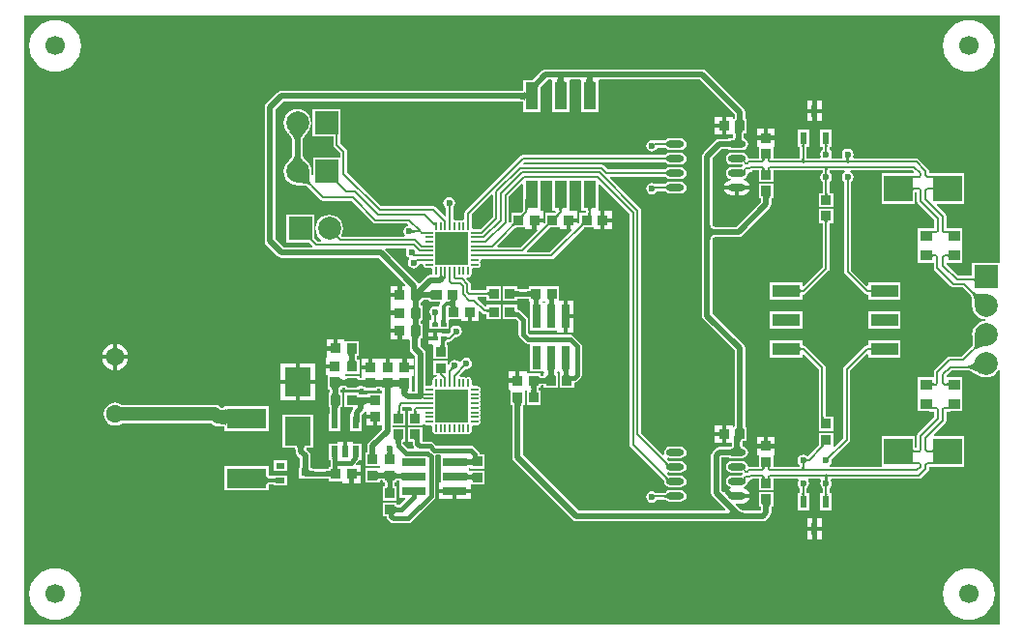
<source format=gtl>
G04*
G04 #@! TF.GenerationSoftware,Altium Limited,Altium Designer,20.1.8 (145)*
G04*
G04 Layer_Physical_Order=1*
G04 Layer_Color=255*
%FSLAX44Y44*%
%MOMM*%
G71*
G04*
G04 #@! TF.SameCoordinates,AACEBB51-4B8A-4FFF-B30A-F4DB7F9A4190*
G04*
G04*
G04 #@! TF.FilePolarity,Positive*
G04*
G01*
G75*
%ADD12C,0.2000*%
%ADD13C,0.4000*%
%ADD36C,1.7000*%
%ADD41C,0.6000*%
%ADD42R,0.8500X0.8500*%
%ADD43R,0.8500X0.8500*%
%ADD44R,1.1300X2.4400*%
%ADD45R,0.6000X1.1000*%
%ADD46R,1.0000X0.9000*%
%ADD47R,2.5000X2.3000*%
G04:AMPARAMS|DCode=48|XSize=1.55mm|YSize=0.6mm|CornerRadius=0.3mm|HoleSize=0mm|Usage=FLASHONLY|Rotation=0.000|XOffset=0mm|YOffset=0mm|HoleType=Round|Shape=RoundedRectangle|*
%AMROUNDEDRECTD48*
21,1,1.5500,0.0000,0,0,0.0*
21,1,0.9500,0.6000,0,0,0.0*
1,1,0.6000,0.4750,0.0000*
1,1,0.6000,-0.4750,0.0000*
1,1,0.6000,-0.4750,0.0000*
1,1,0.6000,0.4750,0.0000*
%
%ADD48ROUNDEDRECTD48*%
%ADD49R,3.5000X1.7800*%
%ADD50R,2.3000X2.5000*%
%ADD51R,0.8000X0.5000*%
%ADD52R,0.7600X2.0500*%
%ADD53R,2.9000X2.9000*%
%ADD54O,0.7000X0.2000*%
%ADD55O,0.2000X0.7000*%
%ADD56R,0.5000X0.3500*%
%ADD57R,2.0500X0.7600*%
%ADD58R,2.9000X2.9000*%
%ADD59R,2.4400X1.1300*%
%ADD60C,0.5000*%
%ADD61C,0.3500*%
%ADD62C,1.2000*%
%ADD63C,1.6000*%
%ADD64C,2.0000*%
%ADD65R,2.0000X2.0000*%
%ADD66R,2.0000X2.0000*%
%ADD67C,0.5000*%
G36*
X500425Y482220D02*
X500500Y481370D01*
X500625Y480620D01*
X500800Y479970D01*
X501025Y479420D01*
X501300Y478970D01*
X501625Y478620D01*
X502000Y478370D01*
X502425Y478220D01*
X502900Y478170D01*
X492900D01*
X493375Y478220D01*
X493800Y478370D01*
X494175Y478620D01*
X494500Y478970D01*
X494775Y479420D01*
X495000Y479970D01*
X495175Y480620D01*
X495300Y481370D01*
X495375Y482220D01*
X495400Y483170D01*
X500400D01*
X500425Y482220D01*
D02*
G37*
G36*
X475025D02*
X475100Y481370D01*
X475225Y480620D01*
X475400Y479970D01*
X475625Y479420D01*
X475900Y478970D01*
X476225Y478620D01*
X476600Y478370D01*
X477025Y478220D01*
X477500Y478170D01*
X467500D01*
X467975Y478220D01*
X468400Y478370D01*
X468775Y478620D01*
X469100Y478970D01*
X469375Y479420D01*
X469600Y479970D01*
X469775Y480620D01*
X469900Y481370D01*
X469975Y482220D01*
X470000Y483170D01*
X475000D01*
X475025Y482220D01*
D02*
G37*
G36*
X456255Y478170D02*
X455265Y477144D01*
X453709Y475306D01*
X453144Y474493D01*
X452719Y473750D01*
X452437Y473078D01*
X452295Y472477D01*
Y471947D01*
X452437Y471487D01*
X452719Y471099D01*
X445648Y478170D01*
X446037Y477887D01*
X446497Y477745D01*
X447027D01*
X447628Y477887D01*
X448300Y478170D01*
X449043Y478594D01*
X449856Y479160D01*
X450740Y479867D01*
X452719Y481705D01*
X456255Y478170D01*
D02*
G37*
G36*
X441511Y461000D02*
X441461Y461475D01*
X441310Y461900D01*
X441058Y462275D01*
X440706Y462600D01*
X440253Y462875D01*
X439700Y463100D01*
X439046Y463275D01*
X438292Y463400D01*
X437436Y463475D01*
X436480Y463500D01*
Y468500D01*
X437436Y468525D01*
X438292Y468600D01*
X439046Y468725D01*
X439700Y468900D01*
X440253Y469125D01*
X440706Y469400D01*
X441058Y469725D01*
X441310Y470100D01*
X441461Y470525D01*
X441511Y471000D01*
Y461000D01*
D02*
G37*
G36*
X632017Y448270D02*
X632155Y446670D01*
X632275Y446020D01*
X632430Y445470D01*
X632619Y445019D01*
X632843Y444669D01*
X633101Y444420D01*
X633393Y444269D01*
X633719Y444220D01*
X625280D01*
X625607Y444269D01*
X625900Y444420D01*
X626157Y444669D01*
X626381Y445019D01*
X626570Y445470D01*
X626725Y446020D01*
X626845Y446670D01*
X626931Y447420D01*
X626983Y448270D01*
X627000Y449220D01*
X632000D01*
X632017Y448270D01*
D02*
G37*
G36*
X277475Y432510D02*
X277481Y432450D01*
X277492Y432030D01*
X277500Y430531D01*
X275500D01*
X275490Y430910D01*
X275460Y431250D01*
X275410Y431550D01*
X275340Y431810D01*
X275250Y432030D01*
X275140Y432211D01*
X275010Y432350D01*
X274860Y432450D01*
X274690Y432510D01*
X274500Y432531D01*
X277470D01*
X277475Y432510D01*
D02*
G37*
G36*
X248322Y434538D02*
X246891Y432778D01*
X246310Y431909D01*
X245818Y431047D01*
X245415Y430192D01*
X245102Y429344D01*
X244879Y428504D01*
X244745Y427670D01*
X244700Y426844D01*
X239700Y426792D01*
X239655Y427623D01*
X239519Y428459D01*
X239293Y429298D01*
X238976Y430142D01*
X238568Y430989D01*
X238070Y431841D01*
X237481Y432697D01*
X236802Y433557D01*
X236032Y434421D01*
X235172Y435289D01*
X249171Y435429D01*
X248322Y434538D01*
D02*
G37*
G36*
X632775Y435759D02*
X632350Y435607D01*
X631975Y435354D01*
X631650Y435001D01*
X631375Y434549D01*
X631150Y433995D01*
X630975Y433342D01*
X630850Y432588D01*
X630775Y431735D01*
X630766Y431391D01*
X630775Y431032D01*
X630849Y430123D01*
X630973Y429319D01*
X631147Y428620D01*
X631370Y428025D01*
X631642Y427535D01*
X631965Y427149D01*
X632337Y426868D01*
X632758Y426692D01*
X633229Y426620D01*
X623250Y427015D01*
X623725Y427047D01*
X624150Y427184D01*
X624525Y427426D01*
X624850Y427772D01*
X625125Y428223D01*
X625350Y428778D01*
X625525Y429438D01*
X625650Y430202D01*
X625725Y431072D01*
X625743Y431769D01*
X625520Y435331D01*
X625449Y435580D01*
X625370Y435731D01*
X625280Y435780D01*
X633250Y435811D01*
X632775Y435759D01*
D02*
G37*
G36*
X706810Y423541D02*
X706640Y423480D01*
X706490Y423378D01*
X706360Y423236D01*
X706250Y423053D01*
X706160Y422830D01*
X706090Y422566D01*
X706040Y422262D01*
X706010Y421916D01*
X706000Y421530D01*
X704000D01*
X703990Y421916D01*
X703960Y422262D01*
X703910Y422566D01*
X703840Y422830D01*
X703750Y423053D01*
X703640Y423236D01*
X703510Y423378D01*
X703360Y423480D01*
X703190Y423541D01*
X703000Y423561D01*
X707000D01*
X706810Y423541D01*
D02*
G37*
G36*
X686810D02*
X686640Y423480D01*
X686490Y423378D01*
X686360Y423236D01*
X686250Y423053D01*
X686160Y422830D01*
X686090Y422566D01*
X686040Y422262D01*
X686010Y421916D01*
X686000Y421530D01*
X684000D01*
X683990Y421916D01*
X683960Y422262D01*
X683910Y422566D01*
X683840Y422830D01*
X683750Y423053D01*
X683640Y423236D01*
X683510Y423378D01*
X683360Y423480D01*
X683190Y423541D01*
X683000Y423561D01*
X687000D01*
X686810Y423541D01*
D02*
G37*
G36*
X621475Y421157D02*
X621245Y421232D01*
X620937Y421298D01*
X620550Y421357D01*
X619539Y421452D01*
X617430Y421534D01*
X615630Y421550D01*
Y426550D01*
X616570Y426554D01*
X620937Y426802D01*
X621245Y426868D01*
X621475Y426943D01*
Y421157D01*
D02*
G37*
G36*
X656325Y411265D02*
X656225Y411217D01*
X656137Y411138D01*
X656060Y411026D01*
X655996Y410883D01*
X655943Y410708D01*
X655901Y410502D01*
X655872Y410264D01*
X655854Y409993D01*
X655848Y409692D01*
X653848D01*
X653842Y409993D01*
X653795Y410502D01*
X653754Y410708D01*
X653701Y410883D01*
X653636Y411026D01*
X653560Y411138D01*
X653472Y411217D01*
X653371Y411265D01*
X653260Y411281D01*
X656437D01*
X656325Y411265D01*
D02*
G37*
G36*
X651477D02*
X651377Y411217D01*
X651289Y411138D01*
X651212Y411026D01*
X651147Y410883D01*
X651094Y410708D01*
X651053Y410502D01*
X651023Y410264D01*
X651006Y409993D01*
X651000Y409692D01*
X649000D01*
X648994Y409993D01*
X648947Y410502D01*
X648906Y410708D01*
X648853Y410883D01*
X648788Y411026D01*
X648711Y411138D01*
X648623Y411217D01*
X648523Y411265D01*
X648411Y411281D01*
X651589D01*
X651477Y411265D01*
D02*
G37*
G36*
X566066Y409369D02*
X566040Y409555D01*
X565961Y409722D01*
X565830Y409869D01*
X565647Y409997D01*
X565412Y410105D01*
X565124Y410193D01*
X564784Y410262D01*
X564392Y410311D01*
X563947Y410340D01*
X563450Y410350D01*
Y412350D01*
X563947Y412360D01*
X564784Y412438D01*
X565124Y412507D01*
X565412Y412595D01*
X565647Y412703D01*
X565830Y412831D01*
X565961Y412978D01*
X566040Y413145D01*
X566066Y413331D01*
Y409369D01*
D02*
G37*
G36*
X725891Y412639D02*
X725704Y412413D01*
X725539Y412181D01*
X725396Y411942D01*
X725275Y411697D01*
X725176Y411445D01*
X725099Y411187D01*
X725052Y410959D01*
X725080Y410800D01*
X725180Y410500D01*
X725320Y410240D01*
X725500Y410020D01*
X725720Y409840D01*
X725980Y409700D01*
X726280Y409600D01*
X726620Y409540D01*
X727000Y409520D01*
X724000Y407520D01*
X721000Y409520D01*
X721380Y409540D01*
X721720Y409600D01*
X722020Y409700D01*
X722280Y409840D01*
X722500Y410020D01*
X722680Y410240D01*
X722820Y410500D01*
X722920Y410800D01*
X722948Y410959D01*
X722901Y411187D01*
X722824Y411445D01*
X722725Y411697D01*
X722604Y411942D01*
X722461Y412181D01*
X722296Y412413D01*
X722109Y412639D01*
X721900Y412858D01*
X726100D01*
X725891Y412639D01*
D02*
G37*
G36*
X686020Y411140D02*
X686080Y410800D01*
X686180Y410500D01*
X686320Y410240D01*
X686500Y410020D01*
X686720Y409840D01*
X686980Y409700D01*
X687280Y409600D01*
X687620Y409540D01*
X688000Y409520D01*
X685000Y407520D01*
X682000Y409520D01*
X682380Y409540D01*
X682720Y409600D01*
X683020Y409700D01*
X683280Y409840D01*
X683500Y410020D01*
X683680Y410240D01*
X683820Y410500D01*
X683920Y410800D01*
X683980Y411140D01*
X684000Y411520D01*
X686000D01*
X686020Y411140D01*
D02*
G37*
G36*
X244745Y414877D02*
X244881Y414041D01*
X245107Y413202D01*
X245424Y412358D01*
X245832Y411511D01*
X246330Y410659D01*
X246919Y409803D01*
X247598Y408943D01*
X248368Y408079D01*
X249228Y407211D01*
X235229Y407071D01*
X236078Y407962D01*
X237509Y409722D01*
X238090Y410591D01*
X238582Y411453D01*
X238985Y412308D01*
X239298Y413156D01*
X239521Y413996D01*
X239655Y414830D01*
X239700Y415656D01*
X244700Y415708D01*
X244745Y414877D01*
D02*
G37*
G36*
X655854Y402501D02*
X655901Y401982D01*
X655943Y401772D01*
X655996Y401594D01*
X656060Y401448D01*
X656137Y401335D01*
X656225Y401254D01*
X656325Y401205D01*
X656437Y401189D01*
X653260D01*
X653372Y401205D01*
X653472Y401254D01*
X653560Y401335D01*
X653636Y401448D01*
X653701Y401594D01*
X653754Y401772D01*
X653795Y401982D01*
X653825Y402225D01*
X653843Y402501D01*
X653848Y402808D01*
X655848D01*
X655854Y402501D01*
D02*
G37*
G36*
X651006D02*
X651053Y401982D01*
X651094Y401772D01*
X651147Y401594D01*
X651212Y401448D01*
X651289Y401335D01*
X651377Y401254D01*
X651477Y401205D01*
X651589Y401189D01*
X648411D01*
X648523Y401205D01*
X648623Y401254D01*
X648711Y401335D01*
X648788Y401448D01*
X648853Y401594D01*
X648906Y401772D01*
X648947Y401982D01*
X648977Y402225D01*
X648994Y402501D01*
X649000Y402808D01*
X651000D01*
X651006Y402501D01*
D02*
G37*
G36*
X708000Y402980D02*
X707620Y402960D01*
X707280Y402900D01*
X706980Y402800D01*
X706720Y402660D01*
X706500Y402480D01*
X706320Y402260D01*
X706180Y402000D01*
X706080Y401700D01*
X706020Y401360D01*
X706000Y400980D01*
X704000D01*
X703980Y401360D01*
X703920Y401700D01*
X703820Y402000D01*
X703680Y402260D01*
X703500Y402480D01*
X703280Y402660D01*
X703020Y402800D01*
X702720Y402900D01*
X702380Y402960D01*
X702000Y402980D01*
X705000Y404980D01*
X708000Y402980D01*
D02*
G37*
G36*
X566066Y396669D02*
X566040Y396855D01*
X565961Y397022D01*
X565830Y397169D01*
X565647Y397297D01*
X565412Y397405D01*
X565124Y397493D01*
X564784Y397562D01*
X564392Y397611D01*
X563947Y397640D01*
X563450Y397650D01*
Y399650D01*
X563947Y399660D01*
X564784Y399738D01*
X565124Y399807D01*
X565412Y399895D01*
X565647Y400003D01*
X565830Y400131D01*
X565961Y400278D01*
X566040Y400445D01*
X566066Y400631D01*
Y396669D01*
D02*
G37*
G36*
X799031Y396469D02*
X799061Y393500D01*
X799039Y393690D01*
X798977Y393860D01*
X798874Y394010D01*
X798731Y394140D01*
X798548Y394250D01*
X798325Y394340D01*
X798062Y394410D01*
X797758Y394460D01*
X797414Y394490D01*
X797030Y394500D01*
Y396500D01*
X799031Y396469D01*
D02*
G37*
G36*
X782970Y394500D02*
X782586Y394490D01*
X782242Y394460D01*
X781938Y394410D01*
X781675Y394340D01*
X781452Y394250D01*
X781269Y394140D01*
X781126Y394010D01*
X781023Y393860D01*
X780961Y393690D01*
X780939Y393500D01*
X780969Y396469D01*
X780990Y396475D01*
X781049Y396480D01*
X781469Y396492D01*
X782970Y396500D01*
Y394500D01*
D02*
G37*
G36*
X277556Y392703D02*
X277500Y392519D01*
Y392307D01*
X277556Y392067D01*
X277670Y391798D01*
X277839Y391501D01*
X278065Y391176D01*
X278348Y390822D01*
X279084Y390031D01*
X277670Y388616D01*
X277259Y389012D01*
X276524Y389635D01*
X276199Y389861D01*
X275902Y390031D01*
X275633Y390144D01*
X275393Y390200D01*
X275180D01*
X274997Y390144D01*
X274841Y390031D01*
X277670Y392859D01*
X277556Y392703D01*
D02*
G37*
G36*
X244834Y399761D02*
X244935Y399475D01*
X245103Y399144D01*
X245338Y398767D01*
X245641Y398345D01*
X246448Y397364D01*
X247524Y396201D01*
X248058Y395658D01*
X252299Y399900D01*
X252304Y398283D01*
X252577Y394192D01*
X252754Y393082D01*
X252974Y392098D01*
X253237Y391241D01*
X253544Y390510D01*
X253893Y389906D01*
X254285Y389429D01*
X252871Y388015D01*
X252394Y388407D01*
X251790Y388756D01*
X251059Y389063D01*
X250202Y389326D01*
X249218Y389546D01*
X248108Y389723D01*
X245507Y389948D01*
X244017Y389996D01*
X242400Y390000D01*
X246642Y394242D01*
X246099Y394776D01*
X243955Y396659D01*
X243533Y396962D01*
X243156Y397197D01*
X242825Y397365D01*
X242539Y397466D01*
X242298Y397500D01*
X244800Y400001D01*
X244834Y399761D01*
D02*
G37*
G36*
X799061Y383000D02*
X799041Y383190D01*
X798980Y383360D01*
X798878Y383510D01*
X798736Y383640D01*
X798553Y383750D01*
X798330Y383840D01*
X798066Y383910D01*
X797761Y383960D01*
X797416Y383990D01*
X797030Y384000D01*
Y386000D01*
X797416Y386010D01*
X797761Y386040D01*
X798066Y386090D01*
X798330Y386160D01*
X798553Y386250D01*
X798736Y386360D01*
X798878Y386490D01*
X798980Y386640D01*
X799041Y386810D01*
X799061Y387000D01*
Y383000D01*
D02*
G37*
G36*
X780959Y386810D02*
X781020Y386640D01*
X781122Y386490D01*
X781264Y386360D01*
X781447Y386250D01*
X781670Y386160D01*
X781934Y386090D01*
X782238Y386040D01*
X782584Y386010D01*
X782970Y386000D01*
Y384000D01*
X782584Y383990D01*
X782238Y383960D01*
X781934Y383910D01*
X781670Y383840D01*
X781447Y383750D01*
X781264Y383640D01*
X781122Y383510D01*
X781020Y383360D01*
X780959Y383190D01*
X780939Y383000D01*
Y387000D01*
X780959Y386810D01*
D02*
G37*
G36*
X706010Y380834D02*
X706040Y380489D01*
X706090Y380184D01*
X706160Y379920D01*
X706250Y379697D01*
X706360Y379514D01*
X706490Y379372D01*
X706640Y379270D01*
X706810Y379209D01*
X707000Y379189D01*
X703000D01*
X703190Y379209D01*
X703360Y379270D01*
X703510Y379372D01*
X703640Y379514D01*
X703750Y379697D01*
X703840Y379920D01*
X703910Y380184D01*
X703960Y380489D01*
X703990Y380834D01*
X704000Y381219D01*
X706000D01*
X706010Y380834D01*
D02*
G37*
G36*
X656393Y378731D02*
X656100Y378581D01*
X655843Y378330D01*
X655619Y377980D01*
X655430Y377531D01*
X655275Y376981D01*
X655155Y376330D01*
X655069Y375580D01*
X655017Y374730D01*
X655000Y373781D01*
X650000D01*
X649983Y374730D01*
X649845Y376330D01*
X649725Y376981D01*
X649570Y377531D01*
X649381Y377980D01*
X649157Y378330D01*
X648900Y378581D01*
X648607Y378731D01*
X648280Y378781D01*
X656720D01*
X656393Y378731D01*
D02*
G37*
G36*
X499710Y367841D02*
X499540Y367780D01*
X499390Y367678D01*
X499260Y367536D01*
X499150Y367353D01*
X499060Y367130D01*
X498990Y366866D01*
X498940Y366562D01*
X498910Y366216D01*
X498900Y365830D01*
X496900D01*
X496890Y366216D01*
X496860Y366562D01*
X496810Y366866D01*
X496740Y367130D01*
X496650Y367353D01*
X496540Y367536D01*
X496410Y367678D01*
X496260Y367780D01*
X496090Y367841D01*
X495900Y367861D01*
X499900D01*
X499710Y367841D01*
D02*
G37*
G36*
X474310D02*
X474140Y367780D01*
X473990Y367678D01*
X473860Y367536D01*
X473750Y367353D01*
X473660Y367130D01*
X473590Y366866D01*
X473540Y366562D01*
X473510Y366216D01*
X473500Y365830D01*
X471500D01*
X471490Y366216D01*
X471460Y366562D01*
X471410Y366866D01*
X471340Y367130D01*
X471250Y367353D01*
X471140Y367536D01*
X471010Y367678D01*
X470860Y367780D01*
X470690Y367841D01*
X470500Y367861D01*
X474500D01*
X474310Y367841D01*
D02*
G37*
G36*
X444260Y367839D02*
X444090Y367776D01*
X443940Y367674D01*
X443810Y367531D01*
X443700Y367348D01*
X443610Y367125D01*
X443540Y366862D01*
X443490Y366558D01*
X443460Y366214D01*
X443450Y365830D01*
X441450D01*
X441480Y367831D01*
X444450Y367861D01*
X444260Y367839D01*
D02*
G37*
G36*
X498908Y363340D02*
X498974Y362700D01*
X499031Y362439D01*
X499105Y362220D01*
X499195Y362039D01*
X499302Y361899D01*
X499425Y361800D01*
X499564Y361740D01*
X499720Y361720D01*
X495900Y361689D01*
X496090Y361711D01*
X496260Y361773D01*
X496410Y361875D01*
X496540Y362018D01*
X496650Y362201D01*
X496740Y362424D01*
X496810Y362687D01*
X496860Y362991D01*
X496890Y363335D01*
X496900Y363719D01*
X498900D01*
X498908Y363340D01*
D02*
G37*
G36*
X471134Y361720D02*
X470735Y361307D01*
X470106Y360568D01*
X469877Y360241D01*
X469704Y359944D01*
X469588Y359676D01*
X469529Y359436D01*
X469525Y359226D01*
X469579Y359044D01*
X469689Y358891D01*
X466891Y361689D01*
X467044Y361579D01*
X467226Y361525D01*
X467436Y361529D01*
X467676Y361588D01*
X467944Y361704D01*
X468241Y361877D01*
X468568Y362106D01*
X468923Y362392D01*
X469720Y363134D01*
X471134Y361720D01*
D02*
G37*
G36*
X441134D02*
X440735Y361307D01*
X440106Y360568D01*
X439877Y360241D01*
X439704Y359944D01*
X439588Y359676D01*
X439529Y359436D01*
X439525Y359226D01*
X439579Y359044D01*
X439689Y358891D01*
X436891Y361689D01*
X437044Y361579D01*
X437226Y361525D01*
X437436Y361529D01*
X437676Y361588D01*
X437944Y361704D01*
X438241Y361877D01*
X438568Y362106D01*
X438923Y362392D01*
X439720Y363134D01*
X441134Y361720D01*
D02*
G37*
G36*
X439450Y388458D02*
Y375646D01*
X439391Y375350D01*
X439391Y375350D01*
Y365717D01*
X437905Y364231D01*
X437587Y363935D01*
X437357Y363750D01*
X429250D01*
Y356153D01*
X429241Y356109D01*
X429250Y356065D01*
Y355805D01*
X428605Y355274D01*
X427705Y355663D01*
X427412Y355900D01*
Y378079D01*
X438277Y388944D01*
X439450Y388458D01*
D02*
G37*
G36*
X464850Y365800D02*
X467678D01*
X468135Y364698D01*
X467325Y363750D01*
X459250D01*
Y356153D01*
X459241Y356109D01*
X459250Y356065D01*
Y355651D01*
X458835Y355161D01*
X458423Y354749D01*
X457250Y355235D01*
Y355750D01*
X451250D01*
Y349750D01*
X451765D01*
X452251Y348577D01*
X437233Y333559D01*
X417544D01*
X417058Y334732D01*
X433083Y350758D01*
X433405Y351056D01*
X433647Y351249D01*
X433647Y351250D01*
X434065D01*
X434109Y351241D01*
X434153Y351250D01*
X441750D01*
X441750Y349750D01*
X447750D01*
Y357500D01*
X449500D01*
Y359250D01*
X457250D01*
Y365250D01*
X455792D01*
X454750Y365800D01*
Y392141D01*
X464850D01*
Y365800D01*
D02*
G37*
G36*
X490250D02*
X494841D01*
Y363750D01*
X489250D01*
Y356153D01*
X489241Y356109D01*
X489250Y356065D01*
Y355651D01*
X488835Y355161D01*
X488423Y354749D01*
X487250Y355235D01*
Y355750D01*
X481250D01*
Y349750D01*
X481765D01*
X482251Y348577D01*
X463233Y329559D01*
X443544D01*
X443058Y330732D01*
X463083Y350758D01*
X463405Y351056D01*
X463647Y351249D01*
X463647Y351250D01*
X464065D01*
X464109Y351241D01*
X464153Y351250D01*
X471750D01*
X471750Y349750D01*
X477750D01*
Y357500D01*
X479500D01*
Y359250D01*
X487250D01*
Y365250D01*
X481192D01*
X480150Y365800D01*
Y392141D01*
X490250D01*
Y365800D01*
D02*
G37*
G36*
X494109Y353280D02*
X493953Y353394D01*
X493769Y353450D01*
X493557D01*
X493317Y353394D01*
X493048Y353280D01*
X492751Y353111D01*
X492426Y352884D01*
X492072Y352602D01*
X491281Y351866D01*
X489866Y353280D01*
X490262Y353691D01*
X490885Y354426D01*
X491111Y354751D01*
X491281Y355048D01*
X491394Y355317D01*
X491450Y355557D01*
Y355770D01*
X491394Y355953D01*
X491281Y356109D01*
X494109Y353280D01*
D02*
G37*
G36*
X464109D02*
X463953Y353394D01*
X463769Y353450D01*
X463557D01*
X463317Y353394D01*
X463048Y353280D01*
X462751Y353111D01*
X462426Y352884D01*
X462072Y352602D01*
X461281Y351866D01*
X459866Y353280D01*
X460262Y353691D01*
X460885Y354426D01*
X461111Y354751D01*
X461281Y355048D01*
X461394Y355317D01*
X461450Y355557D01*
Y355770D01*
X461394Y355953D01*
X461281Y356109D01*
X464109Y353280D01*
D02*
G37*
G36*
X434109D02*
X433953Y353394D01*
X433769Y353450D01*
X433557D01*
X433317Y353394D01*
X433048Y353280D01*
X432751Y353111D01*
X432426Y352884D01*
X432072Y352602D01*
X431281Y351866D01*
X429866Y353280D01*
X430262Y353691D01*
X430885Y354426D01*
X431111Y354751D01*
X431281Y355048D01*
X431394Y355317D01*
X431450Y355557D01*
Y355770D01*
X431394Y355953D01*
X431281Y356109D01*
X434109Y353280D01*
D02*
G37*
G36*
X362542Y353238D02*
X362533Y353256D01*
X362501Y353271D01*
X362446Y353284D01*
X362368Y353296D01*
X362144Y353314D01*
X361636Y353327D01*
X361422Y353328D01*
Y355328D01*
X362806Y355401D01*
X362542Y353238D01*
D02*
G37*
G36*
X413295Y379273D02*
Y360371D01*
X402483Y349559D01*
X395500D01*
Y350500D01*
X394559D01*
Y362196D01*
X412122Y379759D01*
X413295Y379273D01*
D02*
G37*
G36*
X342361Y349391D02*
X342587Y349204D01*
X342819Y349039D01*
X343058Y348896D01*
X343303Y348775D01*
X343555Y348676D01*
X343813Y348599D01*
X344078Y348544D01*
X344350Y348511D01*
X344628Y348500D01*
Y346500D01*
X344350Y346489D01*
X344078Y346456D01*
X343813Y346401D01*
X343555Y346324D01*
X343303Y346225D01*
X343058Y346104D01*
X342819Y345961D01*
X342587Y345796D01*
X342361Y345609D01*
X342142Y345400D01*
Y349600D01*
X342361Y349391D01*
D02*
G37*
G36*
X812531Y347970D02*
X812561Y345000D01*
X812539Y345190D01*
X812477Y345360D01*
X812374Y345510D01*
X812231Y345640D01*
X812048Y345750D01*
X811825Y345840D01*
X811562Y345910D01*
X811258Y345960D01*
X810914Y345990D01*
X810530Y346000D01*
Y348000D01*
X812531Y347970D01*
D02*
G37*
G36*
X799470Y346000D02*
X799085Y345990D01*
X798742Y345960D01*
X798438Y345910D01*
X798175Y345840D01*
X797952Y345750D01*
X797769Y345640D01*
X797626Y345510D01*
X797523Y345360D01*
X797461Y345190D01*
X797439Y345000D01*
X797469Y347970D01*
X799470Y348000D01*
Y346000D01*
D02*
G37*
G36*
X603550Y353550D02*
X603700Y352700D01*
X603950Y351950D01*
X604300Y351300D01*
X604750Y350750D01*
X605300Y350300D01*
X605950Y349950D01*
X606700Y349700D01*
X607550Y349550D01*
X608500Y349500D01*
Y344500D01*
X607550Y344450D01*
X606700Y344300D01*
X605950Y344050D01*
X605300Y343700D01*
X604750Y343250D01*
X604300Y342700D01*
X603950Y342050D01*
X603700Y341300D01*
X603550Y340450D01*
X603500Y339500D01*
X598500Y347000D01*
X603500Y354500D01*
X603550Y353550D01*
D02*
G37*
G36*
X254456Y342703D02*
X254400Y342519D01*
Y342307D01*
X254456Y342067D01*
X254569Y341798D01*
X254739Y341501D01*
X254965Y341176D01*
X255248Y340822D01*
X255984Y340031D01*
X254569Y338616D01*
X254159Y339012D01*
X253424Y339635D01*
X253099Y339861D01*
X252802Y340031D01*
X252533Y340144D01*
X252293Y340200D01*
X252080D01*
X251897Y340144D01*
X251741Y340031D01*
X254569Y342859D01*
X254456Y342703D01*
D02*
G37*
G36*
X812561Y324500D02*
X812541Y324690D01*
X812480Y324860D01*
X812378Y325010D01*
X812236Y325140D01*
X812053Y325250D01*
X811830Y325340D01*
X811566Y325410D01*
X811261Y325460D01*
X810916Y325490D01*
X810530Y325500D01*
Y327500D01*
X810916Y327510D01*
X811261Y327540D01*
X811566Y327590D01*
X811830Y327660D01*
X812053Y327750D01*
X812236Y327860D01*
X812378Y327990D01*
X812480Y328140D01*
X812541Y328310D01*
X812561Y328500D01*
Y324500D01*
D02*
G37*
G36*
X797459Y328310D02*
X797520Y328140D01*
X797622Y327990D01*
X797764Y327860D01*
X797947Y327750D01*
X798170Y327660D01*
X798434Y327590D01*
X798738Y327540D01*
X799084Y327510D01*
X799470Y327500D01*
Y325500D01*
X799084Y325490D01*
X798738Y325460D01*
X798434Y325410D01*
X798170Y325340D01*
X797947Y325250D01*
X797764Y325140D01*
X797622Y325010D01*
X797520Y324860D01*
X797459Y324690D01*
X797439Y324500D01*
Y328500D01*
X797459Y328310D01*
D02*
G37*
G36*
X856941Y319900D02*
X833000D01*
Y308523D01*
X820803D01*
X810596Y318730D01*
X810648Y320000D01*
X824500D01*
Y331000D01*
X824500Y331000D01*
Y339000D01*
X824500Y339000D01*
Y350000D01*
X814296D01*
X814000Y350059D01*
X814000Y350059D01*
X810329D01*
Y360770D01*
X810096Y361941D01*
X809433Y362933D01*
X809433Y362933D01*
X802039Y370327D01*
X802525Y371500D01*
X826000D01*
Y398500D01*
X801296D01*
X801000Y398559D01*
X801000Y398559D01*
X795329D01*
Y400209D01*
X795329Y400209D01*
X795096Y401380D01*
X794433Y402372D01*
X794433Y402372D01*
X786122Y410683D01*
X785129Y411346D01*
X783959Y411579D01*
X783959Y411579D01*
X729074D01*
X728476Y412699D01*
X728710Y413049D01*
X729098Y415000D01*
X728710Y416951D01*
X727605Y418605D01*
X725951Y419710D01*
X724000Y420098D01*
X722049Y419710D01*
X720395Y418605D01*
X719290Y416951D01*
X718902Y415000D01*
X719290Y413049D01*
X719524Y412699D01*
X718925Y411579D01*
X710074D01*
X709476Y412699D01*
X709710Y413049D01*
X710098Y415000D01*
X709710Y416951D01*
X708605Y418605D01*
X708059Y418970D01*
Y421500D01*
X709500D01*
Y436500D01*
X699500D01*
Y421500D01*
X701941D01*
Y418970D01*
X701395Y418605D01*
X700290Y416951D01*
X699902Y415000D01*
X700290Y413049D01*
X700524Y412699D01*
X699926Y411579D01*
X688059D01*
Y421500D01*
X690500D01*
Y436500D01*
X680500D01*
Y421500D01*
X681941D01*
Y411579D01*
X658750D01*
X658750Y421750D01*
X660250Y421750D01*
Y427750D01*
X644750D01*
Y421750D01*
X646250Y421750D01*
X646250Y420480D01*
Y411579D01*
X637405D01*
X636710Y412043D01*
X636460Y413301D01*
X635355Y414955D01*
X633701Y416060D01*
X631750Y416448D01*
X622250D01*
X620299Y416060D01*
X618645Y414955D01*
X617540Y413301D01*
X617152Y411350D01*
X617540Y409399D01*
X618645Y407745D01*
X620299Y406640D01*
X622250Y406252D01*
X631191D01*
X631575Y405867D01*
X631589Y405850D01*
Y404853D01*
X630486Y403748D01*
X622250D01*
X620299Y403360D01*
X618645Y402255D01*
X617540Y400601D01*
X617152Y398650D01*
X617540Y396699D01*
X618645Y395045D01*
X620299Y393940D01*
X621445Y393712D01*
Y392417D01*
X619714Y392073D01*
X617564Y390636D01*
X616127Y388486D01*
X615971Y387700D01*
X638029D01*
X637873Y388486D01*
X636436Y390636D01*
X634286Y392073D01*
X632555Y392417D01*
Y393712D01*
X633701Y393940D01*
X635355Y395045D01*
X636460Y396699D01*
X636848Y398650D01*
X636840Y398689D01*
X637646Y399671D01*
X638036D01*
X638036Y399671D01*
X639206Y399904D01*
X640199Y400567D01*
X640553Y400921D01*
X646250D01*
Y390750D01*
X658750D01*
Y400921D01*
X701941D01*
Y398970D01*
X701395Y398605D01*
X700290Y396951D01*
X699902Y395000D01*
X700290Y393049D01*
X701395Y391395D01*
X701941Y391030D01*
Y381250D01*
X698750D01*
Y368750D01*
X711250D01*
Y381250D01*
X708059D01*
Y391030D01*
X708605Y391395D01*
X709710Y393049D01*
X710098Y395000D01*
X709710Y396951D01*
X708605Y398605D01*
X708059Y398970D01*
Y400921D01*
X721216D01*
X721973Y399744D01*
X721961Y399651D01*
X720395Y398605D01*
X719290Y396951D01*
X718902Y395000D01*
X719290Y393049D01*
X720395Y391395D01*
X720941Y391030D01*
Y312200D01*
X720941Y312200D01*
X721174Y311029D01*
X721837Y310037D01*
X738637Y293237D01*
X738637Y293237D01*
X739630Y292574D01*
X740800Y292341D01*
X741800D01*
Y287750D01*
X770200D01*
Y303050D01*
X741800D01*
Y300385D01*
X740627Y299899D01*
X727059Y313467D01*
Y391030D01*
X727605Y391395D01*
X728710Y393049D01*
X729098Y395000D01*
X728710Y396951D01*
X727605Y398605D01*
X726039Y399651D01*
X726027Y399744D01*
X726784Y400921D01*
X780811D01*
X782001Y399732D01*
X781515Y398559D01*
X779000D01*
X778705Y398500D01*
X754000D01*
Y371500D01*
X783000D01*
Y381941D01*
X784671D01*
Y373890D01*
X784671Y373890D01*
X784904Y372719D01*
X785567Y371727D01*
X799671Y357622D01*
Y350059D01*
X796000D01*
X796000Y350059D01*
X795704Y350000D01*
X785500D01*
Y339000D01*
X785500Y339000D01*
Y331000D01*
X785500Y331000D01*
Y320000D01*
X799441D01*
Y315429D01*
X799441Y315429D01*
X799674Y314258D01*
X800337Y313266D01*
X814302Y299302D01*
X815294Y298638D01*
X816464Y298406D01*
X824769D01*
X831631Y291543D01*
X831726Y291428D01*
X831926Y291082D01*
X832143Y290564D01*
X832353Y289880D01*
X832542Y289035D01*
X832695Y288079D01*
X832957Y284146D01*
X832960Y282984D01*
X832896Y282500D01*
X833309Y279367D01*
X834518Y276448D01*
X836441Y273941D01*
X838948Y272018D01*
X841867Y270809D01*
X844666Y270441D01*
Y269160D01*
X841867Y268791D01*
X838948Y267582D01*
X836441Y265658D01*
X834518Y263152D01*
X833309Y260233D01*
X832896Y257100D01*
X833115Y255440D01*
X833102Y255268D01*
X833447Y252458D01*
X833510Y251308D01*
X833509Y250265D01*
X833446Y249356D01*
X833329Y248587D01*
X833169Y247962D01*
X832981Y247481D01*
X832784Y247136D01*
X832660Y246986D01*
X823733Y238059D01*
X812929D01*
X812929Y238059D01*
X811758Y237826D01*
X810766Y237163D01*
X810766Y237163D01*
X800337Y226734D01*
X799674Y225742D01*
X799441Y224571D01*
X799441Y224571D01*
Y220000D01*
X785500D01*
Y209000D01*
X785500Y209000D01*
Y201000D01*
X785500Y201000D01*
Y190000D01*
X795704D01*
X796000Y189941D01*
X796000Y189941D01*
X799672D01*
Y185037D01*
X785567Y170933D01*
X784904Y169940D01*
X784671Y168770D01*
X784671Y168769D01*
Y158059D01*
X783000D01*
Y168500D01*
X754000D01*
Y141579D01*
X708172D01*
X707787Y142849D01*
X708605Y143395D01*
X709710Y145049D01*
X710098Y147000D01*
X709970Y147644D01*
X725350Y163024D01*
X725350Y163024D01*
X726013Y164016D01*
X726246Y165187D01*
Y225720D01*
X740627Y240101D01*
X741800Y239615D01*
Y236950D01*
X770200D01*
Y252250D01*
X741800D01*
Y247659D01*
X740800D01*
X739630Y247426D01*
X738637Y246763D01*
X738637Y246763D01*
X721024Y229150D01*
X720361Y228158D01*
X720128Y226987D01*
X720128Y226987D01*
Y166454D01*
X712520Y158846D01*
X711250Y159372D01*
Y171250D01*
X698750D01*
Y162046D01*
X698691Y161750D01*
X698691Y161750D01*
Y160017D01*
X689733Y151058D01*
X688605Y150605D01*
X686951Y151710D01*
X685000Y152098D01*
X683049Y151710D01*
X681395Y150605D01*
X680290Y148951D01*
X679902Y147000D01*
X680290Y145049D01*
X681395Y143395D01*
X681941Y143030D01*
Y141579D01*
X658750D01*
X658750Y151750D01*
X660250Y151750D01*
Y157750D01*
X644750D01*
Y151750D01*
X646250Y151750D01*
X646250Y150480D01*
Y141579D01*
X637405D01*
X636710Y142043D01*
X636460Y143301D01*
X635355Y144955D01*
X633701Y146060D01*
X631750Y146448D01*
X622250D01*
X620299Y146060D01*
X618645Y144955D01*
X617540Y143301D01*
X617152Y141350D01*
X617540Y139399D01*
X618645Y137745D01*
X620299Y136640D01*
X622250Y136252D01*
X631191D01*
X631575Y135867D01*
X631589Y135850D01*
Y134853D01*
X630486Y133748D01*
X622250D01*
X620299Y133360D01*
X618645Y132255D01*
X617540Y130601D01*
X617152Y128650D01*
X617540Y126699D01*
X618645Y125045D01*
X620299Y123940D01*
X621445Y123712D01*
Y122417D01*
X619714Y122073D01*
X617564Y120636D01*
X616634Y119244D01*
X615041Y119041D01*
X613409Y120673D01*
Y149221D01*
X613651Y149462D01*
X618240D01*
X619404Y149416D01*
X620302Y149333D01*
X620453Y149310D01*
X620734Y149254D01*
X620843Y149218D01*
X621017Y149197D01*
X622250Y148952D01*
X631750D01*
X633701Y149340D01*
X635355Y150445D01*
X636460Y152099D01*
X636848Y154050D01*
X636460Y156001D01*
X635355Y157655D01*
X633701Y158760D01*
X631991Y159100D01*
X631954Y159161D01*
X631838Y159450D01*
X631721Y159891D01*
X631625Y160476D01*
X631588Y160896D01*
Y161918D01*
X631624Y162331D01*
X631720Y162910D01*
X631837Y163344D01*
X631953Y163629D01*
X632026Y163750D01*
X635750D01*
Y174176D01*
X635759Y174219D01*
X635750Y174263D01*
Y176250D01*
X634329D01*
X634263Y176482D01*
X634178Y176943D01*
X634088Y177987D01*
Y245125D01*
X633739Y246881D01*
X632744Y248369D01*
X605588Y275525D01*
Y340266D01*
X605682Y340798D01*
X605829Y341238D01*
X606003Y341561D01*
X606199Y341801D01*
X606440Y341997D01*
X606762Y342171D01*
X607202Y342318D01*
X607734Y342412D01*
X628250D01*
X630006Y342761D01*
X631494Y343756D01*
X655744Y368006D01*
X656739Y369494D01*
X657088Y371250D01*
Y375192D01*
X657101Y375402D01*
X657173Y376028D01*
X657263Y376518D01*
X657329Y376750D01*
X658750D01*
Y378737D01*
X658759Y378781D01*
X658750Y378824D01*
Y389250D01*
X646250D01*
Y378824D01*
X646241Y378781D01*
X646250Y378737D01*
Y376750D01*
X647671D01*
X647737Y376518D01*
X647822Y376057D01*
X647912Y375013D01*
Y373150D01*
X626349Y351588D01*
X607734D01*
X607202Y351682D01*
X606762Y351829D01*
X606439Y352002D01*
X606199Y352199D01*
X606002Y352439D01*
X605829Y352762D01*
X605682Y353202D01*
X605588Y353735D01*
Y411399D01*
X613651Y419462D01*
X618240D01*
X619404Y419416D01*
X620302Y419333D01*
X620453Y419310D01*
X620734Y419254D01*
X620843Y419218D01*
X621017Y419197D01*
X622250Y418952D01*
X631750D01*
X633701Y419340D01*
X635355Y420445D01*
X636460Y422099D01*
X636848Y424050D01*
X636460Y426001D01*
X635355Y427655D01*
X633701Y428760D01*
X633244Y428851D01*
X633226Y428884D01*
X633097Y429226D01*
X632975Y429721D01*
X632876Y430363D01*
X632838Y430820D01*
Y431918D01*
X632874Y432332D01*
X632971Y432910D01*
X633087Y433345D01*
X633203Y433629D01*
X633276Y433750D01*
X635750D01*
Y444176D01*
X635759Y444220D01*
X635750Y444263D01*
Y446250D01*
X634329D01*
X634263Y446482D01*
X634178Y446943D01*
X634088Y447988D01*
Y451750D01*
X633739Y453506D01*
X632744Y454994D01*
X599494Y488244D01*
X598006Y489239D01*
X596250Y489588D01*
X459550D01*
X457794Y489239D01*
X456306Y488244D01*
X450335Y482274D01*
X449407Y481412D01*
X448635Y480795D01*
X447952Y480320D01*
X447743Y480200D01*
X445692D01*
X445648Y480209D01*
X445605Y480200D01*
X439450D01*
Y471023D01*
X439334Y470953D01*
X439050Y470837D01*
X438615Y470721D01*
X438035Y470625D01*
X437620Y470588D01*
X228000D01*
X226244Y470239D01*
X224756Y469244D01*
X214756Y459244D01*
X213761Y457756D01*
X213412Y456000D01*
Y339000D01*
X213761Y337244D01*
X214756Y335756D01*
X224756Y325756D01*
X226244Y324761D01*
X228000Y324412D01*
X313099D01*
X336588Y300923D01*
X336102Y299750D01*
X333500D01*
Y292000D01*
X331750D01*
Y290250D01*
X324000D01*
Y284250D01*
X324000D01*
Y284000D01*
X324000D01*
Y278000D01*
X331750D01*
Y274500D01*
X324000D01*
Y268500D01*
X324000D01*
Y268250D01*
X324000D01*
Y262250D01*
X331750D01*
Y260500D01*
X333500D01*
Y252750D01*
X339500D01*
X340412Y251885D01*
Y245000D01*
X340761Y243244D01*
X341756Y241756D01*
X345162Y238349D01*
Y207588D01*
X343246D01*
X342250Y208250D01*
Y210237D01*
X342259Y210280D01*
X342250Y210324D01*
Y220750D01*
X343750Y220750D01*
Y226750D01*
X336000D01*
Y228500D01*
X334250D01*
Y236250D01*
X322750D01*
Y228500D01*
X319250D01*
Y236250D01*
X307750D01*
Y228500D01*
X306000D01*
Y226750D01*
X298250D01*
Y220750D01*
X298250D01*
X298439Y219480D01*
X298318Y219353D01*
X298122Y219338D01*
X297919D01*
X297623Y219359D01*
X297014Y219439D01*
X296545Y219538D01*
X296250Y219633D01*
Y221250D01*
X294263D01*
X294219Y221259D01*
X294176Y221250D01*
X285824D01*
X285781Y221259D01*
X285737Y221250D01*
X284678D01*
X284031Y222081D01*
X284377Y222750D01*
X296250D01*
Y233176D01*
X296259Y233220D01*
X296250Y233263D01*
Y235250D01*
X294633D01*
X294538Y235545D01*
X294445Y235982D01*
X294338Y237072D01*
Y237247D01*
X294345Y237448D01*
X294406Y238071D01*
X294487Y238582D01*
X294527Y238750D01*
X295750D01*
Y240737D01*
X295759Y240781D01*
X295750Y240824D01*
Y251250D01*
X283250D01*
X283250Y252750D01*
X277250D01*
Y245000D01*
X275500D01*
Y243250D01*
X267750D01*
Y237250D01*
X267250D01*
Y231250D01*
X275000D01*
Y227750D01*
X267250D01*
Y221750D01*
X268750Y221750D01*
Y211324D01*
X268741Y211280D01*
X268750Y211237D01*
Y209250D01*
X270367D01*
X270462Y208955D01*
X270555Y208518D01*
X270652Y207523D01*
X270594Y206929D01*
X270513Y206418D01*
X270473Y206250D01*
X269250D01*
Y204263D01*
X269241Y204219D01*
X269250Y204176D01*
Y195824D01*
X269241Y195781D01*
X269250Y195737D01*
Y193750D01*
X270271D01*
X270282Y193697D01*
X270412Y192100D01*
Y189259D01*
X270379Y188575D01*
X270322Y188036D01*
X270317Y188000D01*
X269500D01*
Y186013D01*
X269491Y185970D01*
X269500Y185926D01*
Y173000D01*
X279500D01*
Y180557D01*
X279588Y181000D01*
Y191993D01*
X279616Y192352D01*
X279704Y192943D01*
X279811Y193393D01*
X279920Y193692D01*
X279951Y193750D01*
X281750D01*
Y195737D01*
X281759Y195781D01*
X281750Y195824D01*
Y204176D01*
X281759Y204219D01*
X281750Y204263D01*
Y206250D01*
X280133D01*
X280038Y206545D01*
X279946Y206982D01*
X279848Y207977D01*
X279906Y208571D01*
X279987Y209082D01*
X280027Y209250D01*
X281250D01*
Y210473D01*
X281418Y210513D01*
X281904Y210590D01*
X282456Y210631D01*
X282986Y210561D01*
X283455Y210462D01*
X283750Y210367D01*
Y208750D01*
X285737D01*
X285781Y208741D01*
X285824Y208750D01*
X294176D01*
X294219Y208741D01*
X294263Y208750D01*
X296250D01*
Y209973D01*
X296418Y210013D01*
X296904Y210090D01*
X297878Y210162D01*
X298081D01*
X298377Y210141D01*
X298986Y210061D01*
X299455Y209962D01*
X299750Y209867D01*
Y208250D01*
X301737D01*
X301780Y208241D01*
X301824Y208250D01*
X310176D01*
X310219Y208241D01*
X310263Y208250D01*
X312250D01*
Y209671D01*
X312482Y209737D01*
X312943Y209822D01*
X313564Y209876D01*
X314750Y209656D01*
Y208250D01*
X316412D01*
Y206953D01*
X316250Y205750D01*
X315142Y205750D01*
X303750D01*
Y204588D01*
X295750D01*
Y206250D01*
X283250D01*
Y193750D01*
X290602D01*
X291088Y192577D01*
X290756Y192244D01*
X289761Y190756D01*
X289412Y189000D01*
Y188000D01*
X288500D01*
Y173000D01*
X298500D01*
Y180557D01*
X298588Y181000D01*
Y187099D01*
X300744Y189256D01*
X300980Y189608D01*
X302250Y189223D01*
Y187250D01*
X310000D01*
Y185500D01*
X311750D01*
Y177750D01*
X316412D01*
Y174650D01*
X304756Y162994D01*
X303761Y161506D01*
X303412Y159750D01*
Y154250D01*
X301750D01*
Y141750D01*
X314250D01*
Y140250D01*
X301750D01*
Y127750D01*
X314250D01*
Y129727D01*
X314289Y129743D01*
X314594Y129824D01*
X315024Y129895D01*
X315324Y129922D01*
X315676D01*
X315976Y129895D01*
X316405Y129824D01*
X316711Y129743D01*
X316750Y129727D01*
Y127750D01*
X318718D01*
X318744Y127687D01*
X318825Y127387D01*
X318896Y126963D01*
X318922Y126668D01*
Y125324D01*
X318895Y125024D01*
X318824Y124595D01*
X318743Y124289D01*
X318727Y124250D01*
X316750D01*
Y111750D01*
X329250D01*
Y124250D01*
X327273D01*
X327257Y124289D01*
X327176Y124595D01*
X327105Y125024D01*
X327078Y125324D01*
Y126668D01*
X327104Y126963D01*
X327175Y127387D01*
X327256Y127687D01*
X327282Y127750D01*
X329250D01*
Y129268D01*
X329555Y129339D01*
X330001Y129403D01*
X330247Y129422D01*
X330668D01*
X330963Y129396D01*
X331387Y129325D01*
X331687Y129244D01*
X331750Y129218D01*
Y127200D01*
X331750D01*
Y126100D01*
X331750D01*
Y114500D01*
X336073D01*
X336559Y113327D01*
X331311Y108078D01*
X330324D01*
X330024Y108105D01*
X329595Y108176D01*
X329289Y108257D01*
X329250Y108273D01*
Y110250D01*
X316750D01*
Y97750D01*
X320040D01*
X320232Y96782D01*
X321116Y95459D01*
X323459Y93116D01*
X323459Y93116D01*
X324782Y92232D01*
X326343Y91922D01*
X339000D01*
X339000Y91922D01*
X340561Y92232D01*
X341884Y93116D01*
X361884Y113116D01*
X361884Y113116D01*
X362768Y114439D01*
X363078Y116000D01*
X363078Y116000D01*
Y150407D01*
X362972Y150940D01*
X363778Y151922D01*
X366655D01*
X367750Y151500D01*
Y140070D01*
X367750Y139900D01*
Y138800D01*
X367750Y138630D01*
Y127600D01*
X366250D01*
Y122050D01*
X393750D01*
Y125750D01*
X406250D01*
Y138250D01*
X395817D01*
X395772Y138259D01*
X395730Y138250D01*
X393750D01*
Y138250D01*
X393018Y137997D01*
X392250Y138430D01*
X392250Y138800D01*
Y139836D01*
X392570Y140126D01*
X392785Y140278D01*
X392935Y140336D01*
X393750Y139864D01*
Y139750D01*
X406250D01*
Y152250D01*
X401828D01*
X401518Y153811D01*
X400634Y155134D01*
X400634Y155134D01*
X396884Y158884D01*
X395561Y159768D01*
X394000Y160078D01*
X394000Y160078D01*
X363581D01*
X361276Y162384D01*
X359953Y163268D01*
X358392Y163578D01*
X358392Y163578D01*
X351500D01*
Y165459D01*
X351508Y165498D01*
X351507Y165509D01*
X351509Y165520D01*
X351500Y165565D01*
Y176000D01*
X339000D01*
Y163500D01*
X342841D01*
X342856Y163437D01*
X342911Y163057D01*
X342922Y162912D01*
Y162000D01*
X342922Y162000D01*
X343232Y160439D01*
X344116Y159116D01*
X344481Y158752D01*
X343995Y157578D01*
X338689D01*
X334328Y161939D01*
Y162426D01*
X334355Y162726D01*
X334426Y163155D01*
X334507Y163461D01*
X334523Y163500D01*
X336500D01*
Y176000D01*
X325588D01*
Y177500D01*
X336500D01*
Y190000D01*
X334059D01*
Y193733D01*
X334267Y193941D01*
X341642D01*
X342359Y192671D01*
X342191Y191828D01*
X342191Y191828D01*
Y190000D01*
X339000D01*
Y177500D01*
X351500D01*
Y178927D01*
X352770Y179312D01*
X353087Y178837D01*
X354080Y178174D01*
X355250Y177941D01*
X359500D01*
Y177000D01*
X360441D01*
Y172750D01*
X360674Y171579D01*
X361337Y170587D01*
X362329Y169924D01*
X363500Y169691D01*
X364670Y169924D01*
X365500Y170478D01*
X366329Y169924D01*
X367500Y169691D01*
X368671Y169924D01*
X369500Y170478D01*
X370330Y169924D01*
X371500Y169691D01*
X372671Y169924D01*
X373500Y170478D01*
X374329Y169924D01*
X375500Y169691D01*
X376670Y169924D01*
X377500Y170478D01*
X378330Y169924D01*
X379500Y169691D01*
X380671Y169924D01*
X381500Y170478D01*
X382329Y169924D01*
X383500Y169691D01*
X384671Y169924D01*
X385500Y170478D01*
X386329Y169924D01*
X387500Y169691D01*
X388671Y169924D01*
X389500Y170478D01*
X390330Y169924D01*
X391500Y169691D01*
X392671Y169924D01*
X393663Y170587D01*
X394326Y171579D01*
X394559Y172750D01*
Y177000D01*
X395500D01*
Y177941D01*
X399750D01*
X400920Y178174D01*
X401913Y178837D01*
X402576Y179830D01*
X402809Y181000D01*
X402576Y182171D01*
X402022Y183000D01*
X402576Y183829D01*
X402809Y185000D01*
X402576Y186171D01*
X402022Y187000D01*
X402576Y187829D01*
X402809Y189000D01*
X402576Y190170D01*
X402022Y191000D01*
X402576Y191829D01*
X402809Y193000D01*
X402576Y194171D01*
X402022Y195000D01*
X402576Y195830D01*
X402809Y197000D01*
X402576Y198171D01*
X402022Y199000D01*
X402576Y199830D01*
X402809Y201000D01*
X402576Y202171D01*
X402022Y203000D01*
X402576Y203829D01*
X402809Y205000D01*
X402576Y206171D01*
X402022Y207000D01*
X402576Y207829D01*
X402809Y209000D01*
X402576Y210170D01*
X401913Y211163D01*
X400920Y211826D01*
X399750Y212059D01*
X395500D01*
Y213000D01*
X394559D01*
Y217250D01*
X394326Y218421D01*
X393663Y219413D01*
X392671Y220076D01*
X391500Y220309D01*
X390330Y220076D01*
X389500Y219522D01*
X388671Y220076D01*
X387500Y220309D01*
X386329Y220076D01*
X385814Y219732D01*
X384606Y220295D01*
X384263Y221452D01*
X389761Y226950D01*
X390000Y226902D01*
X391951Y227290D01*
X393605Y228395D01*
X394710Y230049D01*
X395098Y232000D01*
X394710Y233951D01*
X393605Y235605D01*
X391951Y236710D01*
X390000Y237098D01*
X388049Y236710D01*
X386395Y235605D01*
X385290Y233951D01*
X385201Y233502D01*
X383853Y233234D01*
X383605Y233605D01*
X381951Y234710D01*
X380000Y235098D01*
X378049Y234710D01*
X376395Y233605D01*
X375290Y231951D01*
X375020Y230593D01*
X373750Y230718D01*
Y234250D01*
X361250D01*
Y221750D01*
X364081D01*
X364084Y221748D01*
X364212Y221462D01*
X363628Y220517D01*
X363350Y220279D01*
X362329Y220076D01*
X361337Y219413D01*
X360674Y218421D01*
X360441Y217250D01*
Y213000D01*
X359500D01*
Y212059D01*
X355250D01*
X354338Y212807D01*
Y240250D01*
X353989Y242006D01*
X352994Y243494D01*
X349588Y246901D01*
Y252420D01*
X349623Y252826D01*
X349718Y253402D01*
X349833Y253834D01*
X349947Y254116D01*
X350019Y254235D01*
X350159Y254250D01*
X352000D01*
Y256237D01*
X352009Y256280D01*
X352000Y256324D01*
Y264676D01*
X352009Y264720D01*
X352000Y264763D01*
Y266750D01*
X350579D01*
X350513Y266982D01*
X350428Y267443D01*
X350340Y268469D01*
X350351Y268652D01*
X350423Y269279D01*
X350513Y269768D01*
X350579Y270000D01*
X352000D01*
Y271987D01*
X352009Y272031D01*
X352000Y272074D01*
Y280426D01*
X352009Y280469D01*
X352000Y280513D01*
Y282500D01*
X350579D01*
X350513Y282732D01*
X350428Y283193D01*
X350340Y284219D01*
X350351Y284403D01*
X350423Y285028D01*
X350513Y285518D01*
X350579Y285750D01*
X352000D01*
Y287171D01*
X352232Y287236D01*
X352693Y287322D01*
X353737Y287411D01*
X356191D01*
X356401Y287399D01*
X357028Y287327D01*
X357517Y287236D01*
X357749Y287171D01*
Y285749D01*
X359736D01*
X359780Y285741D01*
X359823Y285749D01*
X366749D01*
X367146Y284479D01*
X366468Y283463D01*
X366250Y282369D01*
X365131Y281691D01*
X364907Y281719D01*
X363000Y282098D01*
X361049Y281710D01*
X359395Y280605D01*
X358290Y278951D01*
X357902Y277000D01*
X358290Y275049D01*
X359395Y273395D01*
X359691Y273197D01*
Y269750D01*
X358000D01*
Y262250D01*
X369631D01*
X370000Y262177D01*
X370369Y262250D01*
X374500D01*
Y267676D01*
X374509Y267719D01*
X374500Y267763D01*
Y269750D01*
X375152Y270750D01*
X385250D01*
X385250Y269250D01*
X391250D01*
Y277000D01*
X394750D01*
Y269250D01*
X400750D01*
Y277265D01*
X401923Y277751D01*
X403838Y275837D01*
X404830Y275174D01*
X406000Y274941D01*
X406001Y274941D01*
X407750D01*
Y270750D01*
X420250D01*
Y283250D01*
X407750D01*
Y282372D01*
X406480Y281846D01*
X399655Y288671D01*
X400181Y289941D01*
X407750D01*
Y286750D01*
X420250D01*
Y299250D01*
X407750D01*
Y296059D01*
X394059D01*
Y301000D01*
X394059Y301000D01*
X393826Y302171D01*
X393163Y303163D01*
X393163Y303163D01*
X390164Y306162D01*
X390789Y307333D01*
X391500Y307191D01*
X392671Y307424D01*
X393663Y308087D01*
X394326Y309079D01*
X394559Y310250D01*
Y314500D01*
X395500D01*
Y315441D01*
X399750D01*
X400920Y315674D01*
X401913Y316337D01*
X402576Y317330D01*
X402809Y318500D01*
X402576Y319671D01*
X402022Y320500D01*
X402576Y321329D01*
X402809Y322500D01*
X403581Y323441D01*
X464500D01*
X464500Y323441D01*
X465671Y323674D01*
X466663Y324337D01*
X493083Y350758D01*
X493405Y351056D01*
X493647Y351249D01*
X493647Y351250D01*
X494065D01*
X494109Y351241D01*
X494153Y351250D01*
X501750D01*
X501750Y349750D01*
X507750D01*
Y357500D01*
Y365250D01*
X506592D01*
X505550Y365800D01*
Y388457D01*
X506723Y388944D01*
X532809Y362858D01*
Y161032D01*
X532809Y161032D01*
X533042Y159861D01*
X533705Y158869D01*
X563101Y129473D01*
X563214Y129344D01*
X563275Y129266D01*
X563152Y128650D01*
X563540Y126699D01*
X564645Y125045D01*
X566299Y123940D01*
X568250Y123552D01*
X577750D01*
X579701Y123940D01*
X581355Y125045D01*
X582460Y126699D01*
X582848Y128650D01*
X582460Y130601D01*
X581355Y132255D01*
X579701Y133360D01*
X577750Y133748D01*
X568250D01*
X567644Y133628D01*
X567376Y133849D01*
X566030Y135195D01*
X566328Y136563D01*
X566402Y136620D01*
X568250Y136252D01*
X577750D01*
X579701Y136640D01*
X581355Y137745D01*
X582460Y139399D01*
X582848Y141350D01*
X582460Y143301D01*
X581355Y144955D01*
X579701Y146060D01*
X577750Y146448D01*
X568250D01*
X567644Y146327D01*
X567376Y146549D01*
X566030Y147895D01*
X566328Y149263D01*
X566402Y149320D01*
X568250Y148952D01*
X577750D01*
X579701Y149340D01*
X581355Y150445D01*
X582460Y152099D01*
X582848Y154050D01*
X582460Y156001D01*
X581355Y157655D01*
X579701Y158760D01*
X577750Y159148D01*
X568250D01*
X566299Y158760D01*
X564645Y157655D01*
X563540Y156001D01*
X563152Y154050D01*
X563520Y152202D01*
X563463Y152128D01*
X562095Y151831D01*
X542927Y170999D01*
Y365782D01*
X542694Y366952D01*
X542031Y367944D01*
X542031Y367944D01*
X515557Y394418D01*
X516043Y395591D01*
X564027D01*
X564198Y395580D01*
X564296Y395568D01*
X564645Y395045D01*
X566299Y393940D01*
X568250Y393552D01*
X577750D01*
X579701Y393940D01*
X581355Y395045D01*
X582460Y396699D01*
X582848Y398650D01*
X582460Y400601D01*
X581355Y402255D01*
X579701Y403360D01*
X577750Y403748D01*
X568250D01*
X566299Y403360D01*
X564645Y402255D01*
X564302Y401741D01*
X563956Y401709D01*
X513923D01*
X510269Y405363D01*
X509277Y406026D01*
X508106Y406259D01*
X508106Y406259D01*
X440281D01*
X439795Y407432D01*
X440654Y408291D01*
X564027D01*
X564198Y408280D01*
X564296Y408268D01*
X564645Y407745D01*
X566299Y406640D01*
X568250Y406252D01*
X577750D01*
X579701Y406640D01*
X581355Y407745D01*
X582460Y409399D01*
X582848Y411350D01*
X582460Y413301D01*
X581355Y414955D01*
X579701Y416060D01*
X577750Y416448D01*
X568250D01*
X566299Y416060D01*
X564645Y414955D01*
X564302Y414441D01*
X563956Y414409D01*
X439387D01*
X438216Y414176D01*
X437224Y413513D01*
X389337Y365626D01*
X388674Y364634D01*
X388441Y363463D01*
X388441Y363463D01*
Y358581D01*
X387500Y357809D01*
X386329Y357576D01*
X385500Y357022D01*
X384671Y357576D01*
X383500Y357809D01*
X382329Y357576D01*
X381500Y357022D01*
X380671Y357576D01*
X379500Y357809D01*
X378559Y358581D01*
Y368864D01*
X378605Y368895D01*
X379710Y370549D01*
X380098Y372500D01*
X379710Y374451D01*
X378605Y376105D01*
X376951Y377210D01*
X375000Y377598D01*
X373049Y377210D01*
X371395Y376105D01*
X370290Y374451D01*
X369902Y372500D01*
X370290Y370549D01*
X371395Y368895D01*
X372441Y368196D01*
Y361451D01*
X371268Y360965D01*
X363570Y368663D01*
X362577Y369326D01*
X361407Y369559D01*
X361407Y369559D01*
X315424D01*
X285559Y399424D01*
Y417500D01*
X285559Y417500D01*
X285326Y418671D01*
X284663Y419663D01*
X284663Y419663D01*
X279559Y424767D01*
Y433500D01*
X279559Y433500D01*
X279500Y433796D01*
Y454500D01*
X255500D01*
Y430500D01*
X273441D01*
Y423500D01*
X273441Y423500D01*
X273674Y422329D01*
X274337Y421337D01*
X279441Y416233D01*
Y412000D01*
X255700D01*
Y397094D01*
X254430Y397052D01*
X254343Y398354D01*
X254340Y399516D01*
X254404Y400000D01*
X253991Y403133D01*
X252782Y406052D01*
X250858Y408559D01*
X250463Y408862D01*
X249854Y409476D01*
X249161Y410254D01*
X248561Y411014D01*
X248053Y411753D01*
X247634Y412469D01*
X247302Y413160D01*
X247051Y413827D01*
X246877Y414472D01*
X246788Y415019D01*
Y427534D01*
X246876Y428079D01*
X247049Y428728D01*
X247298Y429403D01*
X247629Y430106D01*
X248045Y430836D01*
X248533Y431566D01*
X249853Y433189D01*
X250330Y433689D01*
X250658Y433941D01*
X252582Y436448D01*
X253791Y439367D01*
X254204Y442500D01*
X253791Y445633D01*
X252582Y448552D01*
X250658Y451059D01*
X248152Y452982D01*
X245233Y454191D01*
X242100Y454604D01*
X238967Y454191D01*
X236048Y452982D01*
X233542Y451059D01*
X231618Y448552D01*
X230409Y445633D01*
X229996Y442500D01*
X230409Y439367D01*
X231618Y436448D01*
X233542Y433941D01*
X233937Y433638D01*
X234546Y433024D01*
X235239Y432245D01*
X235839Y431486D01*
X236348Y430747D01*
X236766Y430031D01*
X237099Y429340D01*
X237349Y428673D01*
X237523Y428028D01*
X237612Y427481D01*
Y414966D01*
X237524Y414421D01*
X237351Y413772D01*
X237102Y413097D01*
X236771Y412394D01*
X236355Y411664D01*
X235867Y410934D01*
X234547Y409311D01*
X234070Y408811D01*
X233741Y408559D01*
X231818Y406052D01*
X230609Y403133D01*
X230196Y400000D01*
X230609Y396867D01*
X231818Y393948D01*
X233741Y391441D01*
X236248Y389518D01*
X239167Y388309D01*
X242300Y387896D01*
X242784Y387960D01*
X243981Y387957D01*
X245387Y387912D01*
X247859Y387698D01*
X248835Y387542D01*
X249679Y387353D01*
X250364Y387143D01*
X250882Y386926D01*
X251228Y386726D01*
X251343Y386631D01*
X262637Y375337D01*
X262637Y375337D01*
X263629Y374674D01*
X264800Y374441D01*
X264800Y374441D01*
X289162D01*
X308266Y355337D01*
X309258Y354674D01*
X310429Y354441D01*
X338431D01*
X339159Y353557D01*
X338762Y352352D01*
X338049Y352210D01*
X336395Y351105D01*
X335290Y349451D01*
X334902Y347500D01*
X335290Y345549D01*
X336105Y344329D01*
X335535Y343059D01*
X281345D01*
X280482Y343948D01*
X281691Y346867D01*
X282104Y350000D01*
X281691Y353133D01*
X280482Y356052D01*
X278559Y358559D01*
X276052Y360482D01*
X273133Y361691D01*
X270000Y362104D01*
X266867Y361691D01*
X263948Y360482D01*
X261441Y358559D01*
X259518Y356052D01*
X258309Y353133D01*
X257896Y350000D01*
X258309Y346867D01*
X259518Y343948D01*
X261441Y341441D01*
X263217Y340079D01*
X262786Y338809D01*
X260117D01*
X257092Y341833D01*
X256794Y342155D01*
X256601Y342397D01*
X256600Y342397D01*
Y342815D01*
X256609Y342859D01*
X256600Y342903D01*
Y362000D01*
X232600D01*
Y338000D01*
X251697D01*
X251741Y337991D01*
X251785Y338000D01*
X252199D01*
X252689Y337585D01*
X255513Y334762D01*
X255027Y333588D01*
X229900D01*
X222588Y340900D01*
Y454100D01*
X229900Y461412D01*
X437620D01*
X438035Y461376D01*
X438615Y461279D01*
X439050Y461163D01*
X439334Y461048D01*
X439450Y460977D01*
Y451800D01*
X454750D01*
Y471055D01*
X454759Y471099D01*
X454750Y471142D01*
Y473193D01*
X454869Y473402D01*
X455328Y474062D01*
X456581Y475542D01*
X461450Y480412D01*
X463668D01*
X464850Y480200D01*
Y451800D01*
X480150D01*
Y480200D01*
X481332Y480412D01*
X489068D01*
X490250Y480200D01*
Y451800D01*
X505550D01*
Y480200D01*
X506732Y480412D01*
X594350D01*
X624912Y449850D01*
Y447808D01*
X624899Y447598D01*
X624827Y446972D01*
X624737Y446482D01*
X624671Y446250D01*
X623250D01*
X623250Y447750D01*
X617250D01*
Y440000D01*
Y432250D01*
X623250D01*
X623662Y431151D01*
Y430882D01*
X623625Y430455D01*
X623529Y429865D01*
X623412Y429425D01*
X623300Y429148D01*
X622250D01*
X621017Y428903D01*
X620843Y428882D01*
X620734Y428846D01*
X620636Y428827D01*
X617306Y428638D01*
X611750D01*
X609994Y428289D01*
X608506Y427294D01*
X597756Y416544D01*
X596761Y415056D01*
X596412Y413300D01*
Y347000D01*
Y273625D01*
X596761Y271869D01*
X597756Y270381D01*
X624912Y243225D01*
Y177808D01*
X624899Y177598D01*
X624827Y176971D01*
X624737Y176482D01*
X624671Y176250D01*
X623250D01*
X623250Y177750D01*
X617250D01*
Y170000D01*
Y162250D01*
X622412D01*
Y160896D01*
X622375Y160476D01*
X622279Y159891D01*
X622162Y159450D01*
X622046Y159161D01*
X622009Y159100D01*
X621017Y158903D01*
X620843Y158882D01*
X620734Y158846D01*
X620636Y158827D01*
X617306Y158638D01*
X611750D01*
X609994Y158289D01*
X608506Y157294D01*
X605577Y154365D01*
X604582Y152877D01*
X604233Y151121D01*
Y118772D01*
X604582Y117017D01*
X605577Y115528D01*
X617022Y104082D01*
X616536Y102909D01*
X488579D01*
X439588Y151901D01*
Y194192D01*
X439601Y194403D01*
X439673Y195028D01*
X439763Y195518D01*
X439829Y195750D01*
X441250D01*
Y197737D01*
X441259Y197780D01*
X441250Y197824D01*
Y207980D01*
X441250Y208250D01*
X442750D01*
X442750Y207980D01*
Y195750D01*
X455250D01*
Y208250D01*
X453273D01*
X453257Y208289D01*
X453176Y208595D01*
X453105Y209024D01*
X453078Y209324D01*
Y209676D01*
X453105Y209976D01*
X453176Y210405D01*
X453257Y210711D01*
X453273Y210750D01*
X455250D01*
Y212718D01*
X455313Y212744D01*
X455613Y212825D01*
X456037Y212896D01*
X456332Y212922D01*
X456676D01*
X456976Y212895D01*
X457405Y212824D01*
X457711Y212743D01*
X457750Y212727D01*
Y210750D01*
X470250D01*
Y223250D01*
X469943D01*
X469561Y223923D01*
X469659Y224262D01*
X470047Y224750D01*
X470900D01*
X471576Y224551D01*
X471903Y223957D01*
X471750Y223250D01*
X471750D01*
Y221271D01*
X471741Y221228D01*
X471750Y221183D01*
Y210750D01*
X484250D01*
Y214032D01*
X484657Y215172D01*
X486218Y215482D01*
X487541Y216366D01*
X489884Y218709D01*
X489884Y218709D01*
X490768Y220032D01*
X491078Y221593D01*
Y247000D01*
X491078Y247000D01*
X490768Y248561D01*
X489884Y249884D01*
X489884Y249884D01*
X483884Y255884D01*
X482561Y256768D01*
X481000Y257078D01*
X481000Y257078D01*
X445689D01*
X444078Y258689D01*
Y270000D01*
X443768Y271561D01*
X442884Y272884D01*
X442884Y272884D01*
X437884Y277884D01*
X436561Y278768D01*
X435000Y279078D01*
X434250Y279988D01*
Y283250D01*
X421750D01*
Y270750D01*
X432187D01*
X432232Y270741D01*
X432274Y270750D01*
X433482D01*
X435922Y268311D01*
Y257000D01*
X435922Y257000D01*
X436232Y255439D01*
X437116Y254116D01*
X441116Y250116D01*
X441116Y250116D01*
X442439Y249232D01*
X444000Y248922D01*
X445500D01*
Y224750D01*
X457100D01*
Y224750D01*
X457953D01*
X458341Y224262D01*
X458439Y223923D01*
X458057Y223250D01*
X457750D01*
Y221273D01*
X457711Y221257D01*
X457405Y221176D01*
X456976Y221105D01*
X456676Y221078D01*
X456332D01*
X456037Y221104D01*
X455613Y221175D01*
X455313Y221256D01*
X455250Y221282D01*
Y223250D01*
X442750Y223250D01*
X442750Y224750D01*
X436750D01*
Y217000D01*
X435000D01*
Y215250D01*
X427250D01*
Y209250D01*
X428098D01*
X428750Y208250D01*
X428750Y207980D01*
Y197824D01*
X428741Y197780D01*
X428750Y197737D01*
Y195750D01*
X430171D01*
X430237Y195518D01*
X430322Y195057D01*
X430412Y194013D01*
Y150000D01*
X430761Y148244D01*
X431756Y146756D01*
X483435Y95077D01*
X484923Y94082D01*
X486679Y93733D01*
X649571D01*
X651327Y94082D01*
X652815Y95077D01*
X655744Y98006D01*
X656739Y99494D01*
X657088Y101250D01*
Y105192D01*
X657101Y105402D01*
X657173Y106028D01*
X657263Y106518D01*
X657329Y106750D01*
X658750D01*
Y108737D01*
X658759Y108780D01*
X658750Y108824D01*
Y119250D01*
X646250D01*
Y108824D01*
X646241Y108780D01*
X646250Y108737D01*
Y106750D01*
X647671D01*
X647737Y106518D01*
X647822Y106057D01*
X647912Y105013D01*
Y103151D01*
X647671Y102909D01*
X634313D01*
X633670Y102980D01*
X632903Y103127D01*
X632165Y103330D01*
X631455Y103590D01*
X630769Y103909D01*
X630104Y104286D01*
X629457Y104726D01*
X628953Y105129D01*
X625933Y108149D01*
X626419Y109323D01*
X631750D01*
X634286Y109827D01*
X636436Y111264D01*
X637873Y113414D01*
X638029Y114200D01*
X627000D01*
Y117700D01*
X638029D01*
X637873Y118486D01*
X636436Y120636D01*
X634286Y122073D01*
X632555Y122417D01*
Y123712D01*
X633701Y123940D01*
X635355Y125045D01*
X636460Y126699D01*
X636848Y128650D01*
X636840Y128689D01*
X637646Y129671D01*
X638036D01*
X638036Y129671D01*
X639206Y129904D01*
X640199Y130567D01*
X640553Y130921D01*
X646250D01*
Y120750D01*
X658750D01*
Y130921D01*
X680079D01*
X680758Y129651D01*
X680290Y128951D01*
X679902Y127000D01*
X680290Y125049D01*
X681395Y123395D01*
X681941Y123030D01*
Y118500D01*
X680500D01*
Y103500D01*
X690500D01*
Y118500D01*
X688059D01*
Y123030D01*
X688605Y123395D01*
X689710Y125049D01*
X690098Y127000D01*
X689710Y128951D01*
X689242Y129651D01*
X689921Y130921D01*
X700079D01*
X700758Y129651D01*
X700290Y128951D01*
X699902Y127000D01*
X700290Y125049D01*
X701395Y123395D01*
X701941Y123030D01*
Y118500D01*
X699500D01*
Y103500D01*
X709500D01*
Y118500D01*
X708059D01*
Y123030D01*
X708605Y123395D01*
X709710Y125049D01*
X710098Y127000D01*
X709710Y128951D01*
X709242Y129651D01*
X709921Y130921D01*
X786459D01*
X786459Y130921D01*
X787629Y131154D01*
X788622Y131817D01*
X794433Y137628D01*
X794433Y137628D01*
X795096Y138621D01*
X795329Y139791D01*
X795329Y139791D01*
Y141441D01*
X801000D01*
X801000Y141441D01*
X801296Y141500D01*
X826000D01*
Y168500D01*
X799866D01*
X799380Y169673D01*
X809434Y179727D01*
X809434Y179727D01*
X810097Y180719D01*
X810330Y181890D01*
Y189941D01*
X814001D01*
X814001Y189941D01*
X814297Y190000D01*
X824501D01*
Y201000D01*
X824501Y201000D01*
Y209000D01*
X824501Y209000D01*
Y220000D01*
X810648D01*
X810596Y221270D01*
X815017Y225691D01*
X829670D01*
X837613Y222001D01*
X838661Y221439D01*
X838948Y221218D01*
X841867Y220009D01*
X845000Y219596D01*
X848133Y220009D01*
X851052Y221218D01*
X853559Y223141D01*
X855482Y225648D01*
X855671Y226105D01*
X856941Y225852D01*
Y3059D01*
X3059D01*
Y536941D01*
X856941D01*
Y319900D01*
D02*
G37*
G36*
X835061Y303464D02*
X835041Y303654D01*
X834980Y303824D01*
X834878Y303974D01*
X834736Y304104D01*
X834553Y304214D01*
X834330Y304304D01*
X834066Y304374D01*
X833762Y304424D01*
X833416Y304454D01*
X833030Y304464D01*
Y306464D01*
X833416Y306474D01*
X833762Y306504D01*
X834066Y306554D01*
X834330Y306624D01*
X834553Y306714D01*
X834736Y306824D01*
X834878Y306954D01*
X834980Y307104D01*
X835041Y307274D01*
X835061Y307464D01*
Y303464D01*
D02*
G37*
G36*
X337604Y331421D02*
X337290Y330951D01*
X336902Y329000D01*
X337290Y327049D01*
X338395Y325395D01*
X339629Y324571D01*
X340039Y324054D01*
X339995Y323006D01*
X339290Y321951D01*
X338902Y320000D01*
X339290Y318049D01*
X340395Y316395D01*
X342049Y315290D01*
X344000Y314902D01*
X345951Y315290D01*
X347605Y316395D01*
X348710Y318049D01*
X348987Y319441D01*
X351419D01*
X352191Y318500D01*
X352424Y317330D01*
X353087Y316337D01*
X354080Y315674D01*
X355250Y315441D01*
X359500D01*
Y314500D01*
X360441D01*
Y310250D01*
X359693Y309338D01*
X358500D01*
X356744Y308989D01*
X355256Y307994D01*
X349366Y302104D01*
X347831Y302366D01*
X347244Y303244D01*
X319067Y331421D01*
X319594Y332691D01*
X336926D01*
X337604Y331421D01*
D02*
G37*
G36*
X743830Y293400D02*
X743811Y293590D01*
X743751Y293760D01*
X743651Y293910D01*
X743511Y294040D01*
X743331Y294150D01*
X743111Y294240D01*
X742850Y294310D01*
X742551Y294360D01*
X742210Y294390D01*
X741831Y294400D01*
Y296400D01*
X742210Y296410D01*
X742551Y296440D01*
X742850Y296490D01*
X743111Y296560D01*
X743331Y296650D01*
X743511Y296760D01*
X743651Y296890D01*
X743751Y297040D01*
X743811Y297210D01*
X743830Y297400D01*
Y293400D01*
D02*
G37*
G36*
X409781Y291000D02*
X409761Y291190D01*
X409701Y291360D01*
X409600Y291510D01*
X409460Y291640D01*
X409281Y291750D01*
X409061Y291840D01*
X408801Y291910D01*
X408501Y291960D01*
X408161Y291990D01*
X407780Y292000D01*
Y294000D01*
X408161Y294010D01*
X408501Y294040D01*
X408801Y294090D01*
X409061Y294160D01*
X409281Y294250D01*
X409460Y294360D01*
X409600Y294490D01*
X409701Y294640D01*
X409761Y294810D01*
X409781Y295000D01*
Y291000D01*
D02*
G37*
G36*
X346513Y299277D02*
X346615Y298059D01*
X346705Y297564D01*
X346820Y297145D01*
X346863Y297041D01*
X347106Y297209D01*
X347990Y297917D01*
X349969Y299755D01*
X353505Y296220D01*
X352515Y295194D01*
X352107Y294712D01*
X352420Y294654D01*
X353170Y294568D01*
X354020Y294517D01*
X354875Y294501D01*
X355730Y294517D01*
X357330Y294654D01*
X357980Y294775D01*
X358530Y294929D01*
X358980Y295119D01*
X359330Y295342D01*
X359580Y295600D01*
X359730Y295892D01*
X359780Y296219D01*
Y287780D01*
X359730Y288106D01*
X359580Y288399D01*
X359330Y288657D01*
X358980Y288880D01*
X358530Y289070D01*
X357980Y289224D01*
X357330Y289345D01*
X356580Y289431D01*
X355730Y289482D01*
X354875Y289498D01*
X354020Y289482D01*
X352420Y289345D01*
X351769Y289224D01*
X351219Y289070D01*
X350770Y288881D01*
X350420Y288657D01*
X350169Y288399D01*
X350019Y288107D01*
X349969Y287780D01*
X349643Y287731D01*
X349351Y287581D01*
X349092Y287330D01*
X348869Y286980D01*
X348680Y286530D01*
X348525Y285980D01*
X348405Y285331D01*
X348319Y284580D01*
X348295Y284193D01*
X348405Y282920D01*
X348525Y282269D01*
X348680Y281720D01*
X348869Y281269D01*
X349092Y280920D01*
X349351Y280669D01*
X349643Y280520D01*
X349969Y280469D01*
X341530D01*
X341857Y280520D01*
X342150Y280669D01*
X342407Y280920D01*
X342631Y281269D01*
X342820Y281720D01*
X342975Y282269D01*
X343095Y282920D01*
X343181Y283669D01*
X343205Y284057D01*
X343095Y285331D01*
X342975Y285980D01*
X342820Y286530D01*
X342631Y286980D01*
X342407Y287330D01*
X342150Y287581D01*
X341857Y287731D01*
X341530Y287780D01*
X349969D01*
Y291800D01*
X349687Y291128D01*
X349545Y290527D01*
Y289997D01*
X349687Y289537D01*
X349969Y289149D01*
X342905Y296213D01*
X341530Y296220D01*
X341525Y296257D01*
X341520Y296371D01*
X341500Y300000D01*
X346500D01*
X346513Y299277D01*
D02*
G37*
G36*
X834906Y294093D02*
X835510Y293744D01*
X836241Y293437D01*
X837098Y293174D01*
X838082Y292954D01*
X839192Y292777D01*
X841793Y292552D01*
X843283Y292504D01*
X844900Y292500D01*
X835001Y282600D01*
X834996Y284217D01*
X834723Y288308D01*
X834546Y289418D01*
X834326Y290402D01*
X834063Y291259D01*
X833756Y291990D01*
X833407Y292594D01*
X833015Y293071D01*
X834429Y294485D01*
X834906Y294093D01*
D02*
G37*
G36*
X378043Y287810D02*
X381780D01*
X381489Y287777D01*
X381229Y287678D01*
X380999Y287512D01*
X380800Y287281D01*
X380632Y286982D01*
X380494Y286618D01*
X380387Y286188D01*
X380311Y285691D01*
X380265Y285129D01*
X380250Y284500D01*
X380265Y283871D01*
X380311Y283308D01*
X380387Y282811D01*
X380494Y282381D01*
X380632Y282017D01*
X380800Y281719D01*
X380999Y281487D01*
X381229Y281322D01*
X381489Y281222D01*
X381780Y281189D01*
X378043D01*
X376750Y279250D01*
X376715Y279915D01*
X376610Y280510D01*
X376435Y281035D01*
X376351Y281189D01*
X375219D01*
X375510Y281222D01*
X375770Y281322D01*
X376000Y281487D01*
X376098Y281601D01*
X375875Y281875D01*
X375490Y282190D01*
X375035Y282435D01*
X374510Y282610D01*
X373915Y282715D01*
X373250Y282750D01*
Y286250D01*
X373915Y286285D01*
X374510Y286390D01*
X375035Y286565D01*
X375490Y286810D01*
X375875Y287125D01*
X376098Y287398D01*
X376000Y287512D01*
X375770Y287678D01*
X375510Y287777D01*
X375219Y287810D01*
X376351D01*
X376435Y287965D01*
X376610Y288490D01*
X376715Y289085D01*
X376750Y289750D01*
X378043Y287810D01*
D02*
G37*
G36*
X409781Y276000D02*
X409761Y276190D01*
X409701Y276360D01*
X409600Y276510D01*
X409460Y276640D01*
X409281Y276750D01*
X409061Y276840D01*
X408801Y276910D01*
X408501Y276960D01*
X408161Y276990D01*
X407780Y277000D01*
Y279000D01*
X408161Y279010D01*
X408501Y279040D01*
X408801Y279090D01*
X409061Y279160D01*
X409281Y279250D01*
X409460Y279360D01*
X409600Y279490D01*
X409701Y279640D01*
X409761Y279810D01*
X409781Y280000D01*
Y276000D01*
D02*
G37*
G36*
X432218Y277632D02*
X432303Y277500D01*
X432444Y277382D01*
X432641Y277281D01*
X432894Y277195D01*
X433203Y277125D01*
X433568Y277070D01*
X433990Y277031D01*
X435000Y277000D01*
Y273000D01*
X434472Y272998D01*
X432331Y272859D01*
X432247Y272822D01*
X432220Y272780D01*
X432189Y277780D01*
X432218Y277632D01*
D02*
G37*
G36*
X371757Y270555D02*
X371865Y268979D01*
X371930Y268594D01*
X372009Y268279D01*
X372103Y268034D01*
X372211Y267859D01*
X372333Y267754D01*
X372469Y267719D01*
X367531D01*
X367667Y267754D01*
X367789Y267859D01*
X367897Y268034D01*
X367991Y268279D01*
X368070Y268594D01*
X368135Y268979D01*
X368185Y269435D01*
X368243Y270555D01*
X368250Y271220D01*
X371750D01*
X371757Y270555D01*
D02*
G37*
G36*
X363760Y269334D02*
X363790Y268988D01*
X363840Y268684D01*
X363910Y268420D01*
X364000Y268197D01*
X364110Y268014D01*
X364240Y267872D01*
X364390Y267770D01*
X364560Y267709D01*
X364750Y267689D01*
X360750D01*
X360940Y267709D01*
X361110Y267770D01*
X361260Y267872D01*
X361390Y268014D01*
X361500Y268197D01*
X361590Y268420D01*
X361660Y268684D01*
X361710Y268988D01*
X361740Y269334D01*
X361750Y269720D01*
X363750D01*
X363760Y269334D01*
D02*
G37*
G36*
X349643Y271980D02*
X349351Y271831D01*
X349092Y271581D01*
X348869Y271231D01*
X348680Y270781D01*
X348525Y270231D01*
X348405Y269580D01*
X348319Y268831D01*
X348295Y268443D01*
X348405Y267169D01*
X348525Y266520D01*
X348680Y265970D01*
X348869Y265520D01*
X349092Y265170D01*
X349351Y264919D01*
X349643Y264769D01*
X349969Y264720D01*
X341530D01*
X341857Y264769D01*
X342150Y264919D01*
X342407Y265170D01*
X342631Y265520D01*
X342820Y265970D01*
X342975Y266520D01*
X343095Y267169D01*
X343181Y267920D01*
X343205Y268307D01*
X343095Y269580D01*
X342975Y270231D01*
X342820Y270781D01*
X342631Y271231D01*
X342407Y271581D01*
X342150Y271831D01*
X341857Y271980D01*
X341530Y272031D01*
X349969D01*
X349643Y271980D01*
D02*
G37*
G36*
X349500Y256231D02*
X349081Y256080D01*
X348710Y255830D01*
X348389Y255480D01*
X348117Y255030D01*
X347895Y254480D01*
X347722Y253831D01*
X347599Y253081D01*
X347525Y252230D01*
X347500Y251280D01*
X342500D01*
X342490Y252230D01*
X342345Y254480D01*
X342258Y255030D01*
X342151Y255480D01*
X342025Y255830D01*
X341880Y256080D01*
X341715Y256231D01*
X341530Y256280D01*
X349969D01*
X349500Y256231D01*
D02*
G37*
G36*
X846386Y247197D02*
X844651Y246939D01*
X839185Y245828D01*
X838187Y245529D01*
X837336Y245222D01*
X836632Y244907D01*
X836075Y244583D01*
X835665Y244251D01*
X834037Y245452D01*
X834468Y245972D01*
X834826Y246600D01*
X835114Y247336D01*
X835330Y248180D01*
X835474Y249132D01*
X835548Y250193D01*
X835549Y251362D01*
X835480Y252638D01*
X835126Y255516D01*
X846386Y247197D01*
D02*
G37*
G36*
X743830Y242600D02*
X743811Y242790D01*
X743751Y242960D01*
X743651Y243110D01*
X743511Y243240D01*
X743331Y243350D01*
X743111Y243440D01*
X742850Y243510D01*
X742551Y243560D01*
X742210Y243590D01*
X741831Y243600D01*
Y245600D01*
X742210Y245610D01*
X742551Y245640D01*
X742850Y245690D01*
X743111Y245760D01*
X743331Y245850D01*
X743511Y245960D01*
X743651Y246090D01*
X743751Y246240D01*
X743811Y246410D01*
X743830Y246600D01*
Y242600D01*
D02*
G37*
G36*
X293440Y240730D02*
X293190Y240581D01*
X292970Y240331D01*
X292779Y239981D01*
X292617Y239531D01*
X292485Y238981D01*
X292382Y238330D01*
X292309Y237581D01*
X292291Y237049D01*
X292427Y235670D01*
X292565Y235020D01*
X292742Y234470D01*
X292959Y234020D01*
X293215Y233670D01*
X293510Y233420D01*
X293845Y233270D01*
X294219Y233220D01*
X285781D01*
X286060Y233270D01*
X286310Y233420D01*
X286530Y233670D01*
X286721Y234020D01*
X286883Y234470D01*
X287015Y235020D01*
X287118Y235670D01*
X287191Y236420D01*
X287209Y236951D01*
X287073Y238330D01*
X286935Y238981D01*
X286758Y239531D01*
X286541Y239981D01*
X286285Y240331D01*
X285989Y240581D01*
X285655Y240730D01*
X285280Y240781D01*
X293720D01*
X293440Y240730D01*
D02*
G37*
G36*
X379970Y227000D02*
X379667Y226993D01*
X379376Y226966D01*
X379095Y226918D01*
X378825Y226851D01*
X378566Y226763D01*
X378318Y226655D01*
X378081Y226526D01*
X377854Y226378D01*
X377639Y226209D01*
X377434Y226020D01*
X376020Y227434D01*
X376209Y227639D01*
X376378Y227854D01*
X376526Y228081D01*
X376655Y228318D01*
X376763Y228566D01*
X376851Y228825D01*
X376918Y229095D01*
X376966Y229376D01*
X376993Y229667D01*
X377000Y229970D01*
X379970Y227000D01*
D02*
G37*
G36*
X840241Y222905D02*
X838525Y223825D01*
X830183Y227702D01*
X829813Y227750D01*
X829192Y229750D01*
X829901Y229815D01*
X830606Y230011D01*
X831307Y230338D01*
X832004Y230795D01*
X832698Y231383D01*
X833388Y232101D01*
X834075Y232951D01*
X834757Y233930D01*
X835436Y235041D01*
X836111Y236282D01*
X840241Y222905D01*
D02*
G37*
G36*
X369134Y223798D02*
X369086Y223759D01*
X369044Y223693D01*
X369008Y223601D01*
X368977Y223483D01*
X368952Y223339D01*
X368932Y223169D01*
X368910Y222749D01*
X368907Y222500D01*
X366907D01*
X366904Y222749D01*
X366862Y223339D01*
X366837Y223483D01*
X366806Y223601D01*
X366769Y223693D01*
X366727Y223759D01*
X366680Y223798D01*
X366626Y223811D01*
X369187D01*
X369134Y223798D01*
D02*
G37*
G36*
X480257Y226740D02*
X480066Y226621D01*
X479898Y226420D01*
X479753Y226140D01*
X479630Y225781D01*
X479529Y225340D01*
X479451Y224820D01*
X479395Y224221D01*
X479394Y224185D01*
X479430Y223771D01*
X479530Y223167D01*
X479670Y222644D01*
X479850Y222201D01*
X480070Y221838D01*
X480330Y221555D01*
X480630Y221353D01*
X480970Y221231D01*
X481350Y221189D01*
X473781Y221220D01*
X474079Y221259D01*
X474346Y221380D01*
X474581Y221579D01*
X474785Y221859D01*
X474958Y222220D01*
X475099Y222659D01*
X475209Y223179D01*
X475287Y223780D01*
X475297Y223917D01*
X475270Y224221D01*
X475170Y224820D01*
X475030Y225340D01*
X474850Y225781D01*
X474630Y226140D01*
X474370Y226420D01*
X474070Y226621D01*
X473730Y226740D01*
X473350Y226780D01*
X480470D01*
X480257Y226740D01*
D02*
G37*
G36*
X467433D02*
X467132Y226621D01*
X466867Y226420D01*
X466637Y226140D01*
X466442Y225781D01*
X466283Y225340D01*
X466159Y224820D01*
X466071Y224221D01*
X466056Y224037D01*
X466080Y223769D01*
X466180Y223164D01*
X466320Y222640D01*
X466500Y222197D01*
X466720Y221834D01*
X466980Y221552D01*
X467280Y221350D01*
X467620Y221229D01*
X468000Y221189D01*
X460000D01*
X460380Y221229D01*
X460720Y221350D01*
X461020Y221552D01*
X461280Y221834D01*
X461500Y222197D01*
X461680Y222640D01*
X461820Y223164D01*
X461920Y223769D01*
X461944Y224037D01*
X461929Y224221D01*
X461841Y224820D01*
X461717Y225340D01*
X461558Y225781D01*
X461363Y226140D01*
X461133Y226420D01*
X460868Y226621D01*
X460567Y226740D01*
X460230Y226780D01*
X467770D01*
X467433Y226740D01*
D02*
G37*
G36*
X459811Y213000D02*
X459771Y213380D01*
X459650Y213720D01*
X459448Y214020D01*
X459166Y214280D01*
X458803Y214500D01*
X458360Y214680D01*
X457836Y214820D01*
X457231Y214920D01*
X456546Y214980D01*
X456503Y214981D01*
X456460Y214980D01*
X455779Y214920D01*
X455179Y214820D01*
X454660Y214680D01*
X454220Y214500D01*
X453859Y214280D01*
X453579Y214020D01*
X453380Y213720D01*
X453260Y213380D01*
X453219Y213000D01*
Y221000D01*
X453260Y220620D01*
X453380Y220280D01*
X453579Y219980D01*
X453859Y219720D01*
X454220Y219500D01*
X454660Y219320D01*
X455179Y219180D01*
X455779Y219080D01*
X456460Y219020D01*
X456503Y219019D01*
X456546Y219020D01*
X457231Y219080D01*
X457836Y219180D01*
X458360Y219320D01*
X458803Y219500D01*
X459166Y219720D01*
X459448Y219980D01*
X459650Y220280D01*
X459771Y220620D01*
X459811Y221000D01*
Y213000D01*
D02*
G37*
G36*
X331781Y210280D02*
X340219D01*
X339893Y210238D01*
X339600Y210109D01*
X339343Y209895D01*
X339119Y209596D01*
X338930Y209210D01*
X338775Y208739D01*
X338655Y208183D01*
X338569Y207541D01*
X338517Y206813D01*
X338500Y206000D01*
X333500D01*
X333483Y206813D01*
X333345Y208183D01*
X333225Y208739D01*
X333070Y209210D01*
X332881Y209596D01*
X332658Y209895D01*
X332399Y210109D01*
X332107Y210238D01*
X331781Y210280D01*
X331730Y210607D01*
X331581Y210900D01*
X331330Y211157D01*
X330980Y211381D01*
X330531Y211570D01*
X329981Y211725D01*
X329330Y211845D01*
X328619Y211927D01*
X327669Y211845D01*
X327020Y211725D01*
X326469Y211570D01*
X326020Y211381D01*
X325670Y211157D01*
X325420Y210900D01*
X325270Y210607D01*
X325219Y210280D01*
Y218720D01*
X325270Y218393D01*
X325420Y218101D01*
X325670Y217843D01*
X326020Y217619D01*
X326469Y217430D01*
X327020Y217275D01*
X327669Y217155D01*
X328381Y217073D01*
X329330Y217155D01*
X329981Y217275D01*
X330531Y217430D01*
X330980Y217619D01*
X331330Y217843D01*
X331581Y218101D01*
X331730Y218393D01*
X331781Y218720D01*
Y210280D01*
D02*
G37*
G36*
X316780D02*
X316730Y210607D01*
X316581Y210900D01*
X316331Y211157D01*
X315980Y211381D01*
X315530Y211570D01*
X314981Y211725D01*
X314331Y211845D01*
X313619Y211927D01*
X312670Y211845D01*
X312020Y211725D01*
X311470Y211570D01*
X311019Y211381D01*
X310670Y211157D01*
X310420Y210900D01*
X310270Y210607D01*
X310219Y210280D01*
Y218720D01*
X310270Y218393D01*
X310420Y218101D01*
X310670Y217843D01*
X311019Y217619D01*
X311470Y217430D01*
X312020Y217275D01*
X312670Y217155D01*
X313381Y217073D01*
X314331Y217155D01*
X314981Y217275D01*
X315530Y217430D01*
X315980Y217619D01*
X316331Y217843D01*
X316581Y218101D01*
X316730Y218393D01*
X316780Y218720D01*
Y210280D01*
D02*
G37*
G36*
X484657Y217250D02*
X484194Y217246D01*
X482829Y217141D01*
X482609Y217093D01*
X482439Y217036D01*
X482317Y216970D01*
X482244Y216896D01*
X482220Y216813D01*
Y221220D01*
X482244Y221225D01*
X482317Y221231D01*
X483414Y221247D01*
X484657Y221250D01*
Y217250D01*
D02*
G37*
G36*
X812562Y211500D02*
X812542Y211690D01*
X812481Y211860D01*
X812380Y212010D01*
X812237Y212140D01*
X812055Y212250D01*
X811831Y212340D01*
X811568Y212410D01*
X811263Y212460D01*
X810918Y212490D01*
X810532Y212500D01*
Y214500D01*
X810918Y214510D01*
X811263Y214540D01*
X811568Y214590D01*
X811831Y214660D01*
X812055Y214750D01*
X812237Y214860D01*
X812380Y214990D01*
X812481Y215140D01*
X812542Y215310D01*
X812562Y215500D01*
Y211500D01*
D02*
G37*
G36*
X797459Y215310D02*
X797520Y215140D01*
X797622Y214990D01*
X797764Y214860D01*
X797947Y214750D01*
X798170Y214660D01*
X798434Y214590D01*
X798738Y214540D01*
X799084Y214510D01*
X799470Y214500D01*
Y212500D01*
X799084Y212490D01*
X798738Y212460D01*
X798434Y212410D01*
X798170Y212340D01*
X797947Y212250D01*
X797764Y212140D01*
X797622Y212010D01*
X797520Y211860D01*
X797459Y211690D01*
X797439Y211500D01*
Y215500D01*
X797459Y215310D01*
D02*
G37*
G36*
X279270Y219345D02*
X279419Y219011D01*
X279669Y218715D01*
X280019Y218459D01*
X280469Y218242D01*
X281019Y218065D01*
X281670Y217927D01*
X282419Y217829D01*
X282514Y217822D01*
X283330Y217882D01*
X283981Y217985D01*
X284531Y218117D01*
X284981Y218279D01*
X285331Y218470D01*
X285581Y218690D01*
X285730Y218940D01*
X285781Y219220D01*
Y210781D01*
X285730Y211155D01*
X285581Y211490D01*
X285331Y211785D01*
X284981Y212041D01*
X284531Y212258D01*
X283981Y212435D01*
X283330Y212573D01*
X282581Y212671D01*
X282486Y212678D01*
X281670Y212618D01*
X281019Y212515D01*
X280469Y212383D01*
X280019Y212221D01*
X279669Y212030D01*
X279419Y211810D01*
X279270Y211560D01*
X279219Y211280D01*
X278940Y211231D01*
X278690Y211080D01*
X278470Y210830D01*
X278279Y210480D01*
X278117Y210030D01*
X277985Y209480D01*
X277882Y208831D01*
X277809Y208081D01*
X277804Y207924D01*
X277927Y206670D01*
X278065Y206019D01*
X278242Y205469D01*
X278459Y205019D01*
X278715Y204669D01*
X279011Y204419D01*
X279345Y204270D01*
X279720Y204219D01*
X271280D01*
X271560Y204270D01*
X271810Y204419D01*
X272030Y204669D01*
X272221Y205019D01*
X272383Y205469D01*
X272515Y206019D01*
X272618Y206670D01*
X272691Y207419D01*
X272696Y207576D01*
X272573Y208831D01*
X272435Y209480D01*
X272258Y210030D01*
X272041Y210480D01*
X271785Y210830D01*
X271490Y211080D01*
X271155Y211231D01*
X270781Y211280D01*
X279219D01*
Y219720D01*
X279270Y219345D01*
D02*
G37*
G36*
X294270Y218845D02*
X294419Y218510D01*
X294669Y218215D01*
X295019Y217959D01*
X295469Y217742D01*
X296019Y217565D01*
X296670Y217427D01*
X297419Y217329D01*
X298027Y217287D01*
X299331Y217382D01*
X299981Y217485D01*
X300530Y217617D01*
X300980Y217779D01*
X301331Y217970D01*
X301581Y218190D01*
X301730Y218440D01*
X301780Y218720D01*
Y210280D01*
X301730Y210655D01*
X301581Y210989D01*
X301331Y211285D01*
X300980Y211541D01*
X300530Y211758D01*
X299981Y211935D01*
X299331Y212073D01*
X298580Y212171D01*
X297973Y212213D01*
X296670Y212118D01*
X296019Y212015D01*
X295469Y211883D01*
X295019Y211721D01*
X294669Y211530D01*
X294419Y211310D01*
X294270Y211060D01*
X294219Y210781D01*
Y219220D01*
X294270Y218845D01*
D02*
G37*
G36*
X452620Y212771D02*
X452280Y212650D01*
X451980Y212448D01*
X451720Y212166D01*
X451500Y211803D01*
X451320Y211360D01*
X451180Y210836D01*
X451080Y210231D01*
X451020Y209546D01*
X451019Y209500D01*
X451020Y209454D01*
X451080Y208769D01*
X451180Y208164D01*
X451320Y207640D01*
X451500Y207197D01*
X451720Y206834D01*
X451980Y206552D01*
X452280Y206350D01*
X452620Y206229D01*
X453000Y206189D01*
X445000D01*
X445380Y206229D01*
X445720Y206350D01*
X446020Y206552D01*
X446280Y206834D01*
X446500Y207197D01*
X446680Y207640D01*
X446820Y208164D01*
X446920Y208769D01*
X446980Y209454D01*
X446981Y209500D01*
X446980Y209546D01*
X446920Y210231D01*
X446820Y210836D01*
X446680Y211360D01*
X446500Y211803D01*
X446280Y212166D01*
X446020Y212448D01*
X445720Y212650D01*
X445380Y212771D01*
X445000Y212811D01*
X453000D01*
X452620Y212771D01*
D02*
G37*
G36*
X438893Y197731D02*
X438601Y197581D01*
X438343Y197330D01*
X438119Y196980D01*
X437930Y196530D01*
X437775Y195980D01*
X437655Y195331D01*
X437569Y194580D01*
X437517Y193731D01*
X437500Y192780D01*
X432500D01*
X432483Y193731D01*
X432345Y195331D01*
X432225Y195980D01*
X432070Y196530D01*
X431881Y196980D01*
X431657Y197330D01*
X431399Y197581D01*
X431107Y197731D01*
X430780Y197780D01*
X439220D01*
X438893Y197731D01*
D02*
G37*
G36*
X305000Y197500D02*
X304950Y197497D01*
X304050Y197450D01*
X303200Y197300D01*
X302450Y197050D01*
X301800Y196700D01*
X301250Y196250D01*
X300800Y195700D01*
X300450Y195050D01*
X300200Y194300D01*
X300050Y193450D01*
X300000Y192500D01*
X295000D01*
X294950Y193450D01*
X294800Y194300D01*
X294550Y195050D01*
X294200Y195700D01*
X293750Y196250D01*
X293200Y196700D01*
X292550Y197050D01*
X291800Y197300D01*
X290950Y197450D01*
X290000Y197500D01*
X290000Y197500D01*
X297500Y202500D01*
X305000Y197500D01*
D02*
G37*
G36*
X812532Y192031D02*
X812512Y192025D01*
X812452Y192020D01*
X812032Y192008D01*
X810532Y192000D01*
Y194000D01*
X810916Y194010D01*
X811260Y194040D01*
X811563Y194090D01*
X811826Y194160D01*
X812050Y194250D01*
X812233Y194360D01*
X812375Y194490D01*
X812478Y194640D01*
X812540Y194810D01*
X812562Y195000D01*
X812532Y192031D01*
D02*
G37*
G36*
X797461Y194810D02*
X797523Y194640D01*
X797626Y194490D01*
X797769Y194360D01*
X797952Y194250D01*
X798175Y194160D01*
X798438Y194090D01*
X798742Y194040D01*
X799085Y194010D01*
X799470Y194000D01*
Y192000D01*
X797469Y192031D01*
X797439Y195000D01*
X797461Y194810D01*
D02*
G37*
G36*
X346260Y189590D02*
X346290Y189249D01*
X346340Y188950D01*
X346410Y188689D01*
X346500Y188470D01*
X346610Y188290D01*
X346740Y188150D01*
X346890Y188050D01*
X347060Y187990D01*
X347250Y187969D01*
X343250D01*
X343440Y187990D01*
X343610Y188050D01*
X343760Y188150D01*
X343890Y188290D01*
X344000Y188470D01*
X344090Y188689D01*
X344160Y188950D01*
X344210Y189249D01*
X344240Y189590D01*
X344250Y189970D01*
X346250D01*
X346260Y189590D01*
D02*
G37*
G36*
X332010D02*
X332040Y189249D01*
X332090Y188950D01*
X332160Y188689D01*
X332250Y188470D01*
X332360Y188290D01*
X332490Y188150D01*
X332640Y188050D01*
X332810Y187990D01*
X333000Y187969D01*
X329000D01*
X329190Y187990D01*
X329360Y188050D01*
X329510Y188150D01*
X329640Y188290D01*
X329750Y188470D01*
X329840Y188689D01*
X329910Y188950D01*
X329960Y189249D01*
X329990Y189590D01*
X330000Y189970D01*
X332000D01*
X332010Y189590D01*
D02*
G37*
G36*
X296469Y185970D02*
X290970D01*
X291070Y186000D01*
X291161Y186091D01*
X291240Y186242D01*
X291309Y186454D01*
X291367Y186727D01*
X291415Y187061D01*
X291479Y187909D01*
X291500Y189000D01*
X296500D01*
X296469Y185970D01*
D02*
G37*
G36*
X279298Y195730D02*
X278920Y195581D01*
X278588Y195331D01*
X278299Y194981D01*
X278055Y194531D01*
X277855Y193981D01*
X277700Y193330D01*
X277589Y192581D01*
X277522Y191730D01*
X277500Y190781D01*
X277499D01*
X277470Y185970D01*
X271530D01*
X271715Y186019D01*
X271880Y186169D01*
X272025Y186420D01*
X272151Y186770D01*
X272258Y187220D01*
X272345Y187770D01*
X272413Y188419D01*
X272490Y190019D01*
X272499Y190864D01*
X272488Y191730D01*
X272305Y193981D01*
X272195Y194531D01*
X272061Y194981D01*
X271902Y195331D01*
X271719Y195581D01*
X271512Y195730D01*
X271280Y195781D01*
X279720D01*
X279298Y195730D01*
D02*
G37*
G36*
X632017Y178270D02*
X632155Y176670D01*
X632275Y176019D01*
X632430Y175469D01*
X632619Y175019D01*
X632843Y174669D01*
X633101Y174419D01*
X633393Y174270D01*
X633719Y174219D01*
X625280D01*
X625607Y174270D01*
X625900Y174419D01*
X626157Y174669D01*
X626381Y175019D01*
X626570Y175469D01*
X626725Y176019D01*
X626845Y176670D01*
X626931Y177419D01*
X626983Y178270D01*
X627000Y179219D01*
X632000D01*
X632017Y178270D01*
D02*
G37*
G36*
X349470Y165530D02*
X349380Y165495D01*
X349300Y165389D01*
X349230Y165213D01*
X349169Y164966D01*
X349117Y164648D01*
X349075Y164259D01*
X349005Y162671D01*
X349000Y162000D01*
X345000D01*
X344985Y162675D01*
X344939Y163279D01*
X344862Y163813D01*
X344755Y164275D01*
X344617Y164667D01*
X344449Y164988D01*
X344250Y165237D01*
X344021Y165416D01*
X343760Y165524D01*
X343470Y165561D01*
X349470Y165530D01*
D02*
G37*
G36*
X333870Y165521D02*
X333530Y165400D01*
X333230Y165198D01*
X332970Y164916D01*
X332750Y164553D01*
X332570Y164110D01*
X332430Y163586D01*
X332330Y162981D01*
X332270Y162296D01*
X332250Y161530D01*
X328250D01*
X328230Y162296D01*
X328170Y162981D01*
X328070Y163586D01*
X327930Y164110D01*
X327750Y164553D01*
X327530Y164916D01*
X327270Y165198D01*
X326970Y165400D01*
X326630Y165521D01*
X326250Y165561D01*
X334250D01*
X333870Y165521D01*
D02*
G37*
G36*
X703560Y160760D02*
X703390Y160700D01*
X703240Y160600D01*
X703110Y160460D01*
X703000Y160280D01*
X702910Y160061D01*
X702840Y159801D01*
X702790Y159501D01*
X702760Y159160D01*
X702750Y158780D01*
X700750D01*
X700780Y160781D01*
X703750D01*
X703560Y160760D01*
D02*
G37*
G36*
X631525Y165759D02*
X631100Y165606D01*
X630725Y165353D01*
X630400Y165001D01*
X630125Y164548D01*
X629900Y163995D01*
X629725Y163341D01*
X629600Y162588D01*
X629525Y161734D01*
X629516Y161410D01*
X629525Y161083D01*
X629600Y160222D01*
X629725Y159463D01*
X629899Y158805D01*
X630124Y158248D01*
X630399Y157792D01*
X630723Y157438D01*
X631097Y157184D01*
X631522Y157033D01*
X631996Y156982D01*
X622004D01*
X622478Y157033D01*
X622902Y157184D01*
X623277Y157438D01*
X623601Y157792D01*
X623876Y158248D01*
X624101Y158805D01*
X624275Y159463D01*
X624400Y160222D01*
X624475Y161083D01*
X624500Y162045D01*
X624697D01*
X625280Y165781D01*
X632000Y165811D01*
X631525Y165759D01*
D02*
G37*
G36*
X799061Y153000D02*
X799041Y153190D01*
X798980Y153360D01*
X798878Y153510D01*
X798736Y153640D01*
X798553Y153750D01*
X798330Y153840D01*
X798066Y153910D01*
X797761Y153960D01*
X797416Y153990D01*
X797030Y154000D01*
Y156000D01*
X797416Y156010D01*
X797761Y156040D01*
X798066Y156090D01*
X798330Y156160D01*
X798553Y156250D01*
X798736Y156360D01*
X798878Y156490D01*
X798980Y156640D01*
X799041Y156810D01*
X799061Y157000D01*
Y153000D01*
D02*
G37*
G36*
X780959Y156810D02*
X781020Y156640D01*
X781122Y156490D01*
X781264Y156360D01*
X781447Y156250D01*
X781670Y156160D01*
X781934Y156090D01*
X782238Y156040D01*
X782584Y156010D01*
X782970Y156000D01*
Y154000D01*
X782584Y153990D01*
X782238Y153960D01*
X781934Y153910D01*
X781670Y153840D01*
X781447Y153750D01*
X781264Y153640D01*
X781122Y153510D01*
X781020Y153360D01*
X780959Y153190D01*
X780939Y153000D01*
Y157000D01*
X780959Y156810D01*
D02*
G37*
G36*
X325020Y155454D02*
X325028Y155358D01*
X325100D01*
X325081Y155321D01*
X325064Y155251D01*
X325049Y155146D01*
X325048Y155133D01*
X325080Y154768D01*
X325180Y154164D01*
X325320Y153640D01*
X325500Y153197D01*
X325720Y152834D01*
X325980Y152552D01*
X326280Y152350D01*
X326620Y152229D01*
X327000Y152189D01*
X319000D01*
X319380Y152229D01*
X319720Y152350D01*
X320020Y152552D01*
X320280Y152834D01*
X320500Y153197D01*
X320680Y153640D01*
X320820Y154164D01*
X320920Y154768D01*
X320927Y154848D01*
X320900Y155358D01*
X320972D01*
X320980Y155454D01*
X321000Y156220D01*
X325000D01*
X325020Y155454D01*
D02*
G37*
G36*
X621475Y151157D02*
X621245Y151232D01*
X620937Y151298D01*
X620550Y151357D01*
X619539Y151452D01*
X617430Y151534D01*
X615630Y151550D01*
Y156550D01*
X616570Y156554D01*
X620937Y156802D01*
X621245Y156868D01*
X621475Y156943D01*
Y151157D01*
D02*
G37*
G36*
X395811Y141850D02*
X395771Y142230D01*
X395650Y142570D01*
X395448Y142870D01*
X395166Y143130D01*
X394803Y143350D01*
X394360Y143530D01*
X393836Y143670D01*
X393231Y143770D01*
X392991Y143791D01*
X392780Y143773D01*
X392179Y143677D01*
X391660Y143543D01*
X391219Y143370D01*
X390859Y143159D01*
X390579Y142909D01*
X390379Y142621D01*
X390260Y142295D01*
X390219Y141931D01*
Y149469D01*
X390260Y149162D01*
X390379Y148886D01*
X390579Y148644D01*
X390859Y148433D01*
X391219Y148255D01*
X391660Y148109D01*
X392179Y147996D01*
X392780Y147915D01*
X392933Y147904D01*
X393231Y147930D01*
X393836Y148030D01*
X394360Y148170D01*
X394803Y148350D01*
X395166Y148570D01*
X395448Y148830D01*
X395650Y149130D01*
X395771Y149470D01*
X395811Y149850D01*
Y141850D01*
D02*
G37*
G36*
X799031Y143531D02*
X797030Y143500D01*
Y145500D01*
X797414Y145510D01*
X797758Y145540D01*
X798062Y145590D01*
X798325Y145660D01*
X798548Y145750D01*
X798731Y145860D01*
X798874Y145990D01*
X798977Y146140D01*
X799039Y146310D01*
X799061Y146500D01*
X799031Y143531D01*
D02*
G37*
G36*
X780961Y146310D02*
X781023Y146140D01*
X781126Y145990D01*
X781269Y145860D01*
X781452Y145750D01*
X781675Y145660D01*
X781938Y145590D01*
X782242Y145540D01*
X782586Y145510D01*
X782970Y145500D01*
Y143500D01*
X780969Y143531D01*
X780939Y146500D01*
X780961Y146310D01*
D02*
G37*
G36*
X565921Y145107D02*
X566569Y144570D01*
X566858Y144378D01*
X567124Y144237D01*
X567367Y144147D01*
X567586Y144108D01*
X567783Y144120D01*
X567956Y144182D01*
X568107Y144296D01*
X565304Y141493D01*
X565418Y141644D01*
X565480Y141817D01*
X565492Y142014D01*
X565453Y142233D01*
X565363Y142476D01*
X565221Y142742D01*
X565030Y143031D01*
X564787Y143343D01*
X564493Y143679D01*
X564149Y144037D01*
X565563Y145451D01*
X565921Y145107D01*
D02*
G37*
G36*
X656325Y141265D02*
X656225Y141217D01*
X656137Y141138D01*
X656060Y141026D01*
X655996Y140883D01*
X655943Y140709D01*
X655901Y140502D01*
X655872Y140264D01*
X655854Y139993D01*
X655848Y139692D01*
X653848D01*
X653842Y139993D01*
X653795Y140502D01*
X653754Y140709D01*
X653701Y140883D01*
X653636Y141026D01*
X653560Y141138D01*
X653472Y141217D01*
X653371Y141265D01*
X653260Y141280D01*
X656437D01*
X656325Y141265D01*
D02*
G37*
G36*
X651477D02*
X651377Y141217D01*
X651289Y141138D01*
X651212Y141026D01*
X651147Y140883D01*
X651094Y140709D01*
X651053Y140502D01*
X651024Y140264D01*
X651006Y139993D01*
X651000Y139692D01*
X649000D01*
X648994Y139993D01*
X648947Y140502D01*
X648906Y140709D01*
X648853Y140883D01*
X648788Y141026D01*
X648711Y141138D01*
X648623Y141217D01*
X648523Y141265D01*
X648411Y141280D01*
X651589D01*
X651477Y141265D01*
D02*
G37*
G36*
X686020Y141140D02*
X686080Y140800D01*
X686180Y140500D01*
X686320Y140240D01*
X686500Y140020D01*
X686720Y139840D01*
X686980Y139700D01*
X687280Y139600D01*
X687620Y139540D01*
X688000Y139520D01*
X685000Y137520D01*
X682000Y139520D01*
X682380Y139540D01*
X682720Y139600D01*
X683020Y139700D01*
X683280Y139840D01*
X683500Y140020D01*
X683680Y140240D01*
X683820Y140500D01*
X683920Y140800D01*
X683980Y141140D01*
X684000Y141520D01*
X686000D01*
X686020Y141140D01*
D02*
G37*
G36*
X318811Y130000D02*
X318771Y130380D01*
X318650Y130720D01*
X318448Y131020D01*
X318166Y131280D01*
X317803Y131500D01*
X317360Y131680D01*
X316836Y131820D01*
X316231Y131920D01*
X315546Y131980D01*
X315500Y131981D01*
X315454Y131980D01*
X314769Y131920D01*
X314164Y131820D01*
X313640Y131680D01*
X313197Y131500D01*
X312834Y131280D01*
X312552Y131020D01*
X312350Y130720D01*
X312229Y130380D01*
X312189Y130000D01*
Y138000D01*
X312229Y137620D01*
X312350Y137280D01*
X312552Y136980D01*
X312834Y136720D01*
X313197Y136500D01*
X313640Y136320D01*
X314164Y136180D01*
X314769Y136080D01*
X315454Y136020D01*
X315500Y136019D01*
X315546Y136020D01*
X316231Y136080D01*
X316836Y136180D01*
X317360Y136320D01*
X317803Y136500D01*
X318166Y136720D01*
X318448Y136980D01*
X318650Y137280D01*
X318771Y137620D01*
X318811Y138000D01*
Y130000D01*
D02*
G37*
G36*
X655854Y132501D02*
X655901Y131982D01*
X655943Y131772D01*
X655996Y131594D01*
X656060Y131448D01*
X656137Y131335D01*
X656225Y131254D01*
X656325Y131205D01*
X656437Y131189D01*
X653260D01*
X653371Y131205D01*
X653472Y131254D01*
X653560Y131335D01*
X653636Y131448D01*
X653701Y131594D01*
X653754Y131772D01*
X653795Y131982D01*
X653825Y132225D01*
X653842Y132501D01*
X653848Y132808D01*
X655848D01*
X655854Y132501D01*
D02*
G37*
G36*
X651006D02*
X651053Y131982D01*
X651094Y131772D01*
X651147Y131594D01*
X651212Y131448D01*
X651289Y131335D01*
X651377Y131254D01*
X651477Y131205D01*
X651589Y131189D01*
X648411D01*
X648523Y131205D01*
X648623Y131254D01*
X648711Y131335D01*
X648788Y131448D01*
X648853Y131594D01*
X648906Y131772D01*
X648947Y131982D01*
X648977Y132225D01*
X648994Y132501D01*
X649000Y132808D01*
X651000D01*
X651006Y132501D01*
D02*
G37*
G36*
X327231Y137120D02*
X327353Y136780D01*
X327555Y136480D01*
X327838Y136220D01*
X328201Y136000D01*
X328644Y135820D01*
X329167Y135680D01*
X329771Y135580D01*
X330455Y135520D01*
X330588Y135517D01*
X331820Y135614D01*
X332341Y135703D01*
X332780Y135817D01*
X333140Y135957D01*
X333420Y136122D01*
X333620Y136313D01*
X333741Y136528D01*
X333781Y136770D01*
Y129500D01*
X333741Y129880D01*
X333620Y130220D01*
X333420Y130520D01*
X333140Y130780D01*
X332780Y131000D01*
X332341Y131180D01*
X331820Y131320D01*
X331221Y131420D01*
X330541Y131480D01*
X330453Y131482D01*
X329780Y131431D01*
X329179Y131345D01*
X328660Y131225D01*
X328219Y131070D01*
X327859Y130881D01*
X327579Y130657D01*
X327379Y130400D01*
X327259Y130107D01*
X327220Y129781D01*
X327189Y137500D01*
X327231Y137120D01*
D02*
G37*
G36*
X708000Y132980D02*
X707620Y132960D01*
X707280Y132900D01*
X706980Y132800D01*
X706720Y132660D01*
X706500Y132480D01*
X706320Y132260D01*
X706180Y132000D01*
X706080Y131700D01*
X706020Y131360D01*
X706017Y131301D01*
X706044Y131079D01*
X706099Y130813D01*
X706176Y130555D01*
X706275Y130303D01*
X706396Y130058D01*
X706539Y129819D01*
X706704Y129587D01*
X706891Y129361D01*
X707100Y129142D01*
X702900D01*
X703109Y129361D01*
X703296Y129587D01*
X703461Y129819D01*
X703604Y130058D01*
X703725Y130303D01*
X703824Y130555D01*
X703901Y130813D01*
X703956Y131079D01*
X703983Y131301D01*
X703980Y131360D01*
X703920Y131700D01*
X703820Y132000D01*
X703680Y132260D01*
X703500Y132480D01*
X703280Y132660D01*
X703020Y132800D01*
X702720Y132900D01*
X702380Y132960D01*
X702000Y132980D01*
X705000Y134980D01*
X708000Y132980D01*
D02*
G37*
G36*
X565921Y132407D02*
X566569Y131870D01*
X566858Y131678D01*
X567124Y131538D01*
X567367Y131447D01*
X567586Y131408D01*
X567783Y131420D01*
X567956Y131482D01*
X568107Y131595D01*
X565304Y128793D01*
X565418Y128944D01*
X565480Y129117D01*
X565492Y129314D01*
X565453Y129533D01*
X565363Y129776D01*
X565221Y130042D01*
X565030Y130331D01*
X564787Y130643D01*
X564493Y130979D01*
X564149Y131337D01*
X565563Y132751D01*
X565921Y132407D01*
D02*
G37*
G36*
X390231Y136120D02*
X390353Y135780D01*
X390555Y135480D01*
X390838Y135220D01*
X391201Y135000D01*
X391644Y134820D01*
X392168Y134680D01*
X392771Y134580D01*
X393048Y134556D01*
X393220Y134569D01*
X393820Y134655D01*
X394341Y134775D01*
X394781Y134930D01*
X395140Y135119D01*
X395420Y135343D01*
X395620Y135601D01*
X395741Y135893D01*
X395780Y136220D01*
X395811Y128500D01*
X395769Y128880D01*
X395647Y129220D01*
X395445Y129520D01*
X395162Y129780D01*
X394799Y130000D01*
X394356Y130180D01*
X393833Y130320D01*
X393229Y130420D01*
X392935Y130446D01*
X392179Y130386D01*
X391660Y130297D01*
X391219Y130183D01*
X390859Y130043D01*
X390579Y129878D01*
X390379Y129688D01*
X390260Y129472D01*
X390219Y129230D01*
X390189Y136500D01*
X390231Y136120D01*
D02*
G37*
G36*
X326620Y129740D02*
X326280Y129621D01*
X325980Y129420D01*
X325720Y129141D01*
X325500Y128780D01*
X325320Y128341D01*
X325180Y127821D01*
X325080Y127220D01*
X325020Y126540D01*
X325006Y125999D01*
X325020Y125454D01*
X325080Y124769D01*
X325180Y124164D01*
X325320Y123640D01*
X325500Y123197D01*
X325720Y122834D01*
X325980Y122552D01*
X326280Y122350D01*
X326620Y122229D01*
X327000Y122189D01*
X319000D01*
X319380Y122229D01*
X319720Y122350D01*
X320020Y122552D01*
X320280Y122834D01*
X320500Y123197D01*
X320680Y123640D01*
X320820Y124164D01*
X320920Y124769D01*
X320980Y125454D01*
X320994Y125999D01*
X320980Y126540D01*
X320920Y127220D01*
X320820Y127821D01*
X320680Y128341D01*
X320500Y128780D01*
X320280Y129141D01*
X320020Y129420D01*
X319720Y129621D01*
X319380Y129740D01*
X319000Y129781D01*
X327000D01*
X326620Y129740D01*
D02*
G37*
G36*
X706010Y118084D02*
X706040Y117739D01*
X706090Y117434D01*
X706160Y117170D01*
X706250Y116947D01*
X706360Y116764D01*
X706490Y116622D01*
X706640Y116520D01*
X706810Y116459D01*
X707000Y116439D01*
X703000D01*
X703190Y116459D01*
X703360Y116520D01*
X703510Y116622D01*
X703640Y116764D01*
X703750Y116947D01*
X703840Y117170D01*
X703910Y117434D01*
X703960Y117739D01*
X703990Y118084D01*
X704000Y118469D01*
X706000D01*
X706010Y118084D01*
D02*
G37*
G36*
X686010D02*
X686040Y117739D01*
X686090Y117434D01*
X686160Y117170D01*
X686250Y116947D01*
X686360Y116764D01*
X686490Y116622D01*
X686640Y116520D01*
X686810Y116459D01*
X687000Y116439D01*
X683000D01*
X683190Y116459D01*
X683360Y116520D01*
X683510Y116622D01*
X683640Y116764D01*
X683750Y116947D01*
X683840Y117170D01*
X683910Y117434D01*
X683960Y117739D01*
X683990Y118084D01*
X684000Y118469D01*
X686000D01*
X686010Y118084D01*
D02*
G37*
G36*
X620011Y121040D02*
X621335Y119898D01*
X621922Y119471D01*
X622459Y119139D01*
X622945Y118903D01*
X623382Y118763D01*
X623769Y118718D01*
X624105Y118768D01*
X624392Y118915D01*
X619357Y115175D01*
X619305Y115386D01*
X619200Y115634D01*
X619041Y115919D01*
X618830Y116239D01*
X618565Y116596D01*
X617877Y117419D01*
X616976Y118387D01*
X616446Y118926D01*
X619274Y121754D01*
X620011Y121040D01*
D02*
G37*
G36*
X656393Y108730D02*
X656100Y108581D01*
X655843Y108330D01*
X655619Y107980D01*
X655430Y107530D01*
X655275Y106980D01*
X655155Y106330D01*
X655069Y105581D01*
X655017Y104731D01*
X655000Y103780D01*
X650000D01*
X649983Y104731D01*
X649845Y106330D01*
X649725Y106980D01*
X649570Y107530D01*
X649381Y107980D01*
X649157Y108330D01*
X648900Y108581D01*
X648607Y108730D01*
X648280Y108780D01*
X656720D01*
X656393Y108730D01*
D02*
G37*
G36*
X327229Y107620D02*
X327350Y107280D01*
X327552Y106980D01*
X327834Y106720D01*
X328197Y106500D01*
X328640Y106320D01*
X329164Y106180D01*
X329769Y106080D01*
X330454Y106020D01*
X331219Y106000D01*
Y102000D01*
X330454Y101980D01*
X329769Y101920D01*
X329164Y101820D01*
X328640Y101680D01*
X328197Y101500D01*
X327834Y101280D01*
X327552Y101020D01*
X327350Y100720D01*
X327229Y100380D01*
X327189Y100000D01*
Y108000D01*
X327229Y107620D01*
D02*
G37*
G36*
X627494Y103685D02*
X628245Y103084D01*
X629025Y102553D01*
X629835Y102094D01*
X630674Y101705D01*
X631542Y101387D01*
X632440Y101139D01*
X633367Y100962D01*
X634323Y100856D01*
X635308Y100821D01*
X629272Y95821D01*
X618237Y100821D01*
X619151Y100856D01*
X619896Y100962D01*
X620469Y101139D01*
X620871Y101387D01*
X621103Y101705D01*
X621164Y102094D01*
X621054Y102553D01*
X620774Y103084D01*
X620323Y103685D01*
X619701Y104357D01*
X626772D01*
X627494Y103685D01*
D02*
G37*
%LPC*%
G36*
X830000Y532609D02*
X825589Y532174D01*
X821348Y530888D01*
X817439Y528799D01*
X814013Y525987D01*
X811201Y522561D01*
X809112Y518652D01*
X807826Y514411D01*
X807391Y510000D01*
X807826Y505589D01*
X809112Y501348D01*
X811201Y497439D01*
X814013Y494013D01*
X817439Y491201D01*
X821348Y489112D01*
X825589Y487826D01*
X830000Y487391D01*
X834411Y487826D01*
X838652Y489112D01*
X842561Y491201D01*
X845987Y494013D01*
X848799Y497439D01*
X850888Y501348D01*
X852174Y505589D01*
X852609Y510000D01*
X852174Y514411D01*
X850888Y518652D01*
X848799Y522561D01*
X845987Y525987D01*
X842561Y528799D01*
X838652Y530888D01*
X834411Y532174D01*
X830000Y532609D01*
D02*
G37*
G36*
X30000D02*
X25589Y532174D01*
X21348Y530888D01*
X17439Y528799D01*
X14013Y525987D01*
X11201Y522561D01*
X9112Y518652D01*
X7826Y514411D01*
X7391Y510000D01*
X7826Y505589D01*
X9112Y501348D01*
X11201Y497439D01*
X14013Y494013D01*
X17439Y491201D01*
X21348Y489112D01*
X25589Y487826D01*
X30000Y487391D01*
X34411Y487826D01*
X38652Y489112D01*
X42561Y491201D01*
X45987Y494013D01*
X48799Y497439D01*
X50888Y501348D01*
X52174Y505589D01*
X52609Y510000D01*
X52174Y514411D01*
X50888Y518652D01*
X48799Y522561D01*
X45987Y525987D01*
X42561Y528799D01*
X38652Y530888D01*
X34411Y532174D01*
X30000Y532609D01*
D02*
G37*
G36*
X701500Y462000D02*
X696750D01*
Y454750D01*
X701500D01*
Y462000D01*
D02*
G37*
G36*
X693250D02*
X688500D01*
Y454750D01*
X693250D01*
Y462000D01*
D02*
G37*
G36*
X701500Y451250D02*
X696750D01*
Y444000D01*
X701500D01*
Y451250D01*
D02*
G37*
G36*
X693250D02*
X688500D01*
Y444000D01*
X693250D01*
Y451250D01*
D02*
G37*
G36*
X613750Y447750D02*
X607750D01*
Y441750D01*
X613750D01*
Y447750D01*
D02*
G37*
G36*
Y438250D02*
X607750D01*
Y432250D01*
X613750D01*
Y438250D01*
D02*
G37*
G36*
X660250Y437250D02*
X654250D01*
Y431250D01*
X660250D01*
Y437250D01*
D02*
G37*
G36*
X650750D02*
X644750D01*
Y431250D01*
X650750D01*
Y437250D01*
D02*
G37*
G36*
X577750Y429148D02*
X568250D01*
X566299Y428760D01*
X564645Y427655D01*
X564302Y427141D01*
X563956Y427109D01*
X554862D01*
X554862Y427109D01*
X554662Y427069D01*
X554451Y427210D01*
X552500Y427598D01*
X550549Y427210D01*
X548895Y426105D01*
X547790Y424451D01*
X547402Y422500D01*
X547790Y420549D01*
X548895Y418895D01*
X550549Y417790D01*
X552500Y417402D01*
X554451Y417790D01*
X556105Y418895D01*
X557210Y420549D01*
X557298Y420991D01*
X564027D01*
X564198Y420980D01*
X564296Y420968D01*
X564645Y420445D01*
X566299Y419340D01*
X568250Y418952D01*
X577750D01*
X579701Y419340D01*
X581355Y420445D01*
X582460Y422099D01*
X582848Y424050D01*
X582460Y426001D01*
X581355Y427655D01*
X579701Y428760D01*
X577750Y429148D01*
D02*
G37*
G36*
Y391048D02*
X568250D01*
X566299Y390660D01*
X564645Y389555D01*
X564302Y389041D01*
X563956Y389009D01*
X555419D01*
X554451Y389656D01*
X552500Y390044D01*
X550549Y389656D01*
X548895Y388551D01*
X547790Y386897D01*
X547402Y384946D01*
X547790Y382995D01*
X548895Y381341D01*
X550549Y380236D01*
X552500Y379848D01*
X554451Y380236D01*
X556105Y381341D01*
X557141Y382891D01*
X564027D01*
X564198Y382880D01*
X564296Y382868D01*
X564645Y382345D01*
X566299Y381240D01*
X568250Y380852D01*
X577750D01*
X579701Y381240D01*
X581355Y382345D01*
X582460Y383999D01*
X582848Y385950D01*
X582460Y387901D01*
X581355Y389555D01*
X579701Y390660D01*
X577750Y391048D01*
D02*
G37*
G36*
X638029Y384200D02*
X628750D01*
Y379323D01*
X631750D01*
X634286Y379827D01*
X636436Y381264D01*
X637873Y383414D01*
X638029Y384200D01*
D02*
G37*
G36*
X625250D02*
X615971D01*
X616127Y383414D01*
X617564Y381264D01*
X619714Y379827D01*
X622250Y379323D01*
X625250D01*
Y384200D01*
D02*
G37*
G36*
X517250Y365250D02*
X511250D01*
Y359250D01*
X517250D01*
Y365250D01*
D02*
G37*
G36*
Y355750D02*
X511250D01*
Y349750D01*
X517250D01*
Y355750D01*
D02*
G37*
G36*
X711250Y367250D02*
X698750D01*
Y354750D01*
X701941D01*
Y316467D01*
X685373Y299899D01*
X684200Y300385D01*
Y303050D01*
X655800D01*
Y287750D01*
X684200D01*
Y291598D01*
X685200Y292341D01*
X686370Y292574D01*
X687363Y293237D01*
X707163Y313037D01*
X707826Y314030D01*
X708059Y315200D01*
Y354750D01*
X711250D01*
Y367250D01*
D02*
G37*
G36*
X330000Y299750D02*
X324000D01*
Y293750D01*
X330000D01*
Y299750D01*
D02*
G37*
G36*
X484000Y286750D02*
X478450D01*
Y274750D01*
X484000D01*
Y286750D01*
D02*
G37*
G36*
X770200Y277650D02*
X741800D01*
Y262350D01*
X770200D01*
Y277650D01*
D02*
G37*
G36*
X684200D02*
X655800D01*
Y262350D01*
X684200D01*
Y277650D01*
D02*
G37*
G36*
X484000Y271250D02*
X478450D01*
Y259250D01*
X484000D01*
Y271250D01*
D02*
G37*
G36*
X434250Y299250D02*
X421750D01*
Y286750D01*
X434250D01*
Y288727D01*
X434289Y288743D01*
X434595Y288824D01*
X435024Y288895D01*
X435324Y288922D01*
X443668D01*
X443963Y288896D01*
X444387Y288825D01*
X444687Y288744D01*
X444750Y288718D01*
Y286750D01*
X445243D01*
X445684Y285965D01*
X445500Y285250D01*
X445500D01*
Y283263D01*
X445491Y283220D01*
X445500Y283176D01*
Y260750D01*
X456930D01*
X457100Y260750D01*
X458200D01*
X458370Y260750D01*
X469400D01*
Y259250D01*
X474950D01*
Y273000D01*
Y286750D01*
X471250D01*
Y299250D01*
X458750D01*
Y288817D01*
X458741Y288772D01*
X458750Y288730D01*
Y286750D01*
X458750D01*
X459003Y286018D01*
X458570Y285250D01*
X458200Y285250D01*
X457164D01*
X456874Y285571D01*
X456722Y285786D01*
X456664Y285935D01*
X457136Y286750D01*
X457250D01*
Y299250D01*
X444750D01*
Y297282D01*
X444687Y297256D01*
X444387Y297175D01*
X443963Y297104D01*
X443668Y297078D01*
X435324D01*
X435024Y297105D01*
X434595Y297176D01*
X434289Y297257D01*
X434250Y297273D01*
Y299250D01*
D02*
G37*
G36*
X381000Y265098D02*
X379049Y264710D01*
X377395Y263605D01*
X376290Y261951D01*
X375902Y260000D01*
X376030Y259356D01*
X374424Y257750D01*
X372513D01*
X372469Y257759D01*
X372426Y257750D01*
X370369D01*
X370000Y257823D01*
X369250D01*
X368500Y258907D01*
Y259250D01*
X364250D01*
Y254000D01*
X362500D01*
Y252250D01*
X356500D01*
Y248750D01*
X360187D01*
X361250Y248250D01*
Y235750D01*
X373750D01*
Y246176D01*
X373759Y246220D01*
X373750Y246263D01*
Y248250D01*
X373106D01*
X373073Y248729D01*
Y249634D01*
X373088Y249823D01*
X373140Y250199D01*
X373152Y250250D01*
X374500D01*
X375447Y251030D01*
X376171Y251174D01*
X377163Y251837D01*
X380356Y255030D01*
X381000Y254902D01*
X382951Y255290D01*
X384605Y256395D01*
X385710Y258049D01*
X386098Y260000D01*
X385710Y261951D01*
X384605Y263605D01*
X382951Y264710D01*
X381000Y265098D01*
D02*
G37*
G36*
X360750Y259250D02*
X356500D01*
Y255750D01*
X360750D01*
Y259250D01*
D02*
G37*
G36*
X330000Y258750D02*
X324000D01*
Y252750D01*
X330000D01*
Y258750D01*
D02*
G37*
G36*
X273750Y252750D02*
X267750D01*
Y246750D01*
X273750D01*
Y252750D01*
D02*
G37*
G36*
X84250Y248869D02*
Y239250D01*
X93869D01*
X93704Y240502D01*
X92545Y243300D01*
X90702Y245702D01*
X88300Y247545D01*
X85502Y248704D01*
X84250Y248869D01*
D02*
G37*
G36*
X80750D02*
X79498Y248704D01*
X76700Y247545D01*
X74298Y245702D01*
X72455Y243300D01*
X71296Y240502D01*
X71131Y239250D01*
X80750D01*
Y248869D01*
D02*
G37*
G36*
X343750Y236250D02*
X337750D01*
Y230250D01*
X343750D01*
Y236250D01*
D02*
G37*
G36*
X304250D02*
X298250D01*
Y230250D01*
X304250D01*
Y236250D01*
D02*
G37*
G36*
X93869Y235750D02*
X84250D01*
Y226131D01*
X85502Y226296D01*
X88300Y227455D01*
X90702Y229298D01*
X92545Y231700D01*
X93704Y234498D01*
X93869Y235750D01*
D02*
G37*
G36*
X80750D02*
X71131D01*
X71296Y234498D01*
X72455Y231700D01*
X74298Y229298D01*
X76700Y227455D01*
X79498Y226296D01*
X80750Y226131D01*
Y235750D01*
D02*
G37*
G36*
X433250Y224750D02*
X427250D01*
Y218750D01*
X433250D01*
Y224750D01*
D02*
G37*
G36*
X257500Y231500D02*
X244250D01*
Y217250D01*
X257500D01*
Y231500D01*
D02*
G37*
G36*
X240750D02*
X227500D01*
Y217250D01*
X240750D01*
Y231500D01*
D02*
G37*
G36*
X242500Y215500D02*
D01*
D01*
D01*
D01*
D02*
G37*
G36*
X257500Y213750D02*
X244250D01*
Y199500D01*
X257500D01*
Y213750D01*
D02*
G37*
G36*
X240750D02*
X227500D01*
Y199500D01*
X240750D01*
Y213750D01*
D02*
G37*
G36*
X308250Y183750D02*
X302250D01*
Y177750D01*
X308250D01*
Y183750D01*
D02*
G37*
G36*
X684200Y252250D02*
X655800D01*
Y236950D01*
X684200D01*
Y239615D01*
X685373Y240101D01*
X698691Y226783D01*
Y182250D01*
X698691Y182250D01*
X698750Y181954D01*
Y172750D01*
X711250D01*
Y185250D01*
X704809D01*
Y228050D01*
X704576Y229221D01*
X703913Y230213D01*
X703913Y230213D01*
X687363Y246763D01*
X686370Y247426D01*
X685200Y247659D01*
X684200Y248402D01*
Y252250D01*
D02*
G37*
G36*
X82500Y197586D02*
X79889Y197243D01*
X77457Y196235D01*
X75368Y194632D01*
X73765Y192543D01*
X72757Y190110D01*
X72414Y187500D01*
X72757Y184890D01*
X73765Y182457D01*
X75368Y180368D01*
X77457Y178765D01*
X79889Y177757D01*
X82500Y177414D01*
X85111Y177757D01*
X87543Y178765D01*
X88411Y179431D01*
X166658D01*
X166794Y179294D01*
X168465Y178012D01*
X170412Y177206D01*
X172500Y176931D01*
X174165D01*
X176178Y176829D01*
X177042Y176734D01*
X177734Y176619D01*
X178000Y176553D01*
Y172600D01*
X217000D01*
Y194400D01*
X180074D01*
X180030Y194409D01*
X179987Y194400D01*
X178000D01*
Y193398D01*
X177846Y193364D01*
X175713Y193198D01*
X175706Y193206D01*
X174035Y194488D01*
X172088Y195294D01*
X170000Y195569D01*
X88411D01*
X87543Y196235D01*
X85111Y197243D01*
X82500Y197586D01*
D02*
G37*
G36*
X613750Y177750D02*
X607750D01*
Y171750D01*
X613750D01*
Y177750D01*
D02*
G37*
G36*
Y168250D02*
X607750D01*
Y162250D01*
X613750D01*
Y168250D01*
D02*
G37*
G36*
X660250Y167250D02*
X654250D01*
Y161250D01*
X660250D01*
Y167250D01*
D02*
G37*
G36*
X650750D02*
X644750D01*
Y161250D01*
X650750D01*
Y167250D01*
D02*
G37*
G36*
X233500Y147000D02*
X221500D01*
Y138000D01*
X233500D01*
Y147000D01*
D02*
G37*
G36*
X297250Y133250D02*
X291250D01*
Y127250D01*
X297250D01*
Y133250D01*
D02*
G37*
G36*
X256000Y187000D02*
X229000D01*
Y158000D01*
X239977D01*
X240047Y157884D01*
X240163Y157600D01*
X240279Y157165D01*
X240375Y156585D01*
X240412Y156170D01*
Y155000D01*
X240761Y153244D01*
X241756Y151756D01*
X244412Y149100D01*
Y142003D01*
X244405Y141802D01*
X244344Y141179D01*
X244263Y140668D01*
X244223Y140500D01*
X243000D01*
Y138513D01*
X242991Y138469D01*
X243000Y138426D01*
Y131500D01*
X248557D01*
X249000Y131412D01*
X249275Y131467D01*
X249500Y131422D01*
X249500Y131422D01*
X268168D01*
X268463Y131396D01*
X268887Y131325D01*
X269187Y131244D01*
X269250Y131218D01*
Y128750D01*
X281750D01*
X281750Y127250D01*
X287750D01*
Y135000D01*
X289500D01*
Y136750D01*
X297250D01*
Y142750D01*
X293834D01*
X293348Y143923D01*
X295384Y145959D01*
X295384Y145959D01*
X296079Y147000D01*
X298500D01*
Y162000D01*
X290500D01*
Y163500D01*
X285750D01*
Y154500D01*
X282250D01*
Y163500D01*
X277500D01*
Y162000D01*
X269500D01*
Y149074D01*
X269491Y149031D01*
X269500Y148987D01*
Y147000D01*
X270803D01*
X270847Y146779D01*
X270922Y145963D01*
Y142247D01*
X270903Y142001D01*
X270839Y141555D01*
X270768Y141250D01*
X269250D01*
Y139732D01*
X268945Y139661D01*
X268498Y139597D01*
X268253Y139578D01*
X255785D01*
X255124Y139618D01*
X255000Y139635D01*
Y140500D01*
X253777D01*
X253737Y140668D01*
X253660Y141154D01*
X253588Y142128D01*
Y151000D01*
X253239Y152756D01*
X252244Y154244D01*
X249664Y156825D01*
X249721Y157165D01*
X249837Y157600D01*
X249953Y157884D01*
X250023Y158000D01*
X256000D01*
Y187000D01*
D02*
G37*
G36*
X217000Y142400D02*
X178000D01*
Y120600D01*
X217000D01*
Y125570D01*
X217099Y125597D01*
X217454Y125655D01*
X217696Y125677D01*
X221170D01*
X221500Y125660D01*
Y125000D01*
X223487D01*
X223531Y124991D01*
X223574Y125000D01*
X233500D01*
Y134000D01*
X223574D01*
X223531Y134009D01*
X223487Y134000D01*
X221500D01*
Y133356D01*
X221021Y133323D01*
X217696D01*
X217454Y133345D01*
X217099Y133403D01*
X217000Y133430D01*
Y142400D01*
D02*
G37*
G36*
X577750Y121048D02*
X568250D01*
X566299Y120660D01*
X564645Y119555D01*
X563973Y118548D01*
X563820Y118534D01*
X556152D01*
X556105Y118605D01*
X554451Y119710D01*
X552500Y120098D01*
X550549Y119710D01*
X548895Y118605D01*
X547790Y116951D01*
X547402Y115000D01*
X547790Y113049D01*
X548895Y111395D01*
X550549Y110290D01*
X552500Y109902D01*
X554451Y110290D01*
X556105Y111395D01*
X556787Y112416D01*
X564266D01*
X564464Y112404D01*
X564618Y112386D01*
X564645Y112345D01*
X566299Y111240D01*
X568250Y110852D01*
X577750D01*
X579701Y111240D01*
X581355Y112345D01*
X582460Y113999D01*
X582848Y115950D01*
X582460Y117901D01*
X581355Y119555D01*
X579701Y120660D01*
X577750Y121048D01*
D02*
G37*
G36*
X393750Y118550D02*
X381750D01*
Y113000D01*
X393750D01*
Y118550D01*
D02*
G37*
G36*
X378250D02*
X366250D01*
Y113000D01*
X378250D01*
Y118550D01*
D02*
G37*
G36*
X701500Y96000D02*
X696750D01*
Y88750D01*
X701500D01*
Y96000D01*
D02*
G37*
G36*
X693250D02*
X688500D01*
Y88750D01*
X693250D01*
Y96000D01*
D02*
G37*
G36*
X701500Y85250D02*
X696750D01*
Y78000D01*
X701500D01*
Y85250D01*
D02*
G37*
G36*
X693250D02*
X688500D01*
Y78000D01*
X693250D01*
Y85250D01*
D02*
G37*
G36*
X830000Y52609D02*
X825589Y52174D01*
X821348Y50888D01*
X817439Y48799D01*
X814013Y45987D01*
X811201Y42561D01*
X809112Y38652D01*
X807826Y34411D01*
X807391Y30000D01*
X807826Y25589D01*
X809112Y21348D01*
X811201Y17439D01*
X814013Y14013D01*
X817439Y11201D01*
X821348Y9112D01*
X825589Y7826D01*
X830000Y7391D01*
X834411Y7826D01*
X838652Y9112D01*
X842561Y11201D01*
X845987Y14013D01*
X848799Y17439D01*
X850888Y21348D01*
X852174Y25589D01*
X852609Y30000D01*
X852174Y34411D01*
X850888Y38652D01*
X848799Y42561D01*
X845987Y45987D01*
X842561Y48799D01*
X838652Y50888D01*
X834411Y52174D01*
X830000Y52609D01*
D02*
G37*
G36*
X30000D02*
X25589Y52174D01*
X21348Y50888D01*
X17439Y48799D01*
X14013Y45987D01*
X11201Y42561D01*
X9112Y38652D01*
X7826Y34411D01*
X7391Y30000D01*
X7826Y25589D01*
X9112Y21348D01*
X11201Y17439D01*
X14013Y14013D01*
X17439Y11201D01*
X21348Y9112D01*
X25589Y7826D01*
X30000Y7391D01*
X34411Y7826D01*
X38652Y9112D01*
X42561Y11201D01*
X45987Y14013D01*
X48799Y17439D01*
X50888Y21348D01*
X52174Y25589D01*
X52609Y30000D01*
X52174Y34411D01*
X50888Y38652D01*
X48799Y42561D01*
X45987Y45987D01*
X42561Y48799D01*
X38652Y50888D01*
X34411Y52174D01*
X30000Y52609D01*
D02*
G37*
%LPD*%
G36*
X566066Y422069D02*
X566040Y422255D01*
X565961Y422422D01*
X565830Y422569D01*
X565647Y422697D01*
X565412Y422805D01*
X565124Y422893D01*
X564784Y422962D01*
X564392Y423011D01*
X563947Y423040D01*
X563450Y423050D01*
Y425050D01*
X563947Y425060D01*
X564784Y425138D01*
X565124Y425207D01*
X565412Y425295D01*
X565647Y425403D01*
X565830Y425531D01*
X565961Y425678D01*
X566040Y425845D01*
X566066Y426031D01*
Y422069D01*
D02*
G37*
G36*
Y383969D02*
X566040Y384155D01*
X565961Y384322D01*
X565830Y384469D01*
X565647Y384597D01*
X565412Y384705D01*
X565124Y384793D01*
X564784Y384862D01*
X564392Y384911D01*
X563947Y384940D01*
X563450Y384950D01*
Y386950D01*
X563947Y386960D01*
X564784Y387038D01*
X565124Y387107D01*
X565412Y387195D01*
X565647Y387303D01*
X565830Y387431D01*
X565961Y387578D01*
X566040Y387745D01*
X566066Y387931D01*
Y383969D01*
D02*
G37*
G36*
X706810Y356760D02*
X706640Y356701D01*
X706490Y356600D01*
X706360Y356460D01*
X706250Y356281D01*
X706160Y356060D01*
X706090Y355801D01*
X706040Y355500D01*
X706010Y355160D01*
X706000Y354781D01*
X704000D01*
X703990Y355160D01*
X703960Y355500D01*
X703910Y355801D01*
X703840Y356060D01*
X703750Y356281D01*
X703640Y356460D01*
X703510Y356600D01*
X703360Y356701D01*
X703190Y356760D01*
X703000Y356781D01*
X707000D01*
X706810Y356760D01*
D02*
G37*
G36*
X682159Y297210D02*
X682220Y297040D01*
X682322Y296890D01*
X682464Y296760D01*
X682647Y296650D01*
X682870Y296560D01*
X683134Y296490D01*
X683439Y296440D01*
X683784Y296410D01*
X684169Y296400D01*
Y294400D01*
X683784Y294390D01*
X683439Y294360D01*
X683134Y294310D01*
X682870Y294240D01*
X682647Y294150D01*
X682464Y294040D01*
X682322Y293910D01*
X682220Y293760D01*
X682159Y293590D01*
X682139Y293400D01*
Y297400D01*
X682159Y297210D01*
D02*
G37*
G36*
X446780Y289000D02*
X446740Y289380D01*
X446620Y289720D01*
X446420Y290020D01*
X446140Y290280D01*
X445780Y290500D01*
X445340Y290680D01*
X444820Y290820D01*
X444220Y290920D01*
X443540Y290980D01*
X442780Y291000D01*
Y295000D01*
X443540Y295020D01*
X444220Y295080D01*
X444820Y295180D01*
X445340Y295320D01*
X445780Y295500D01*
X446140Y295720D01*
X446420Y295980D01*
X446620Y296280D01*
X446740Y296620D01*
X446780Y297000D01*
Y289000D01*
D02*
G37*
G36*
X432229Y296620D02*
X432350Y296280D01*
X432552Y295980D01*
X432834Y295720D01*
X433197Y295500D01*
X433640Y295320D01*
X434164Y295180D01*
X434768Y295080D01*
X435454Y295020D01*
X436219Y295000D01*
Y291000D01*
X435454Y290980D01*
X434768Y290920D01*
X434164Y290820D01*
X433640Y290680D01*
X433197Y290500D01*
X432834Y290280D01*
X432552Y290020D01*
X432350Y289720D01*
X432229Y289380D01*
X432189Y289000D01*
Y297000D01*
X432229Y296620D01*
D02*
G37*
G36*
X454770Y288771D02*
X454430Y288650D01*
X454130Y288448D01*
X453870Y288166D01*
X453650Y287803D01*
X453470Y287360D01*
X453330Y286836D01*
X453230Y286231D01*
X453209Y285991D01*
X453227Y285779D01*
X453323Y285180D01*
X453457Y284660D01*
X453630Y284219D01*
X453841Y283860D01*
X454090Y283580D01*
X454378Y283379D01*
X454705Y283260D01*
X455070Y283220D01*
X447530D01*
X447838Y283260D01*
X448114Y283379D01*
X448356Y283580D01*
X448567Y283860D01*
X448745Y284219D01*
X448891Y284660D01*
X449004Y285180D01*
X449085Y285779D01*
X449096Y285933D01*
X449070Y286231D01*
X448970Y286836D01*
X448830Y287360D01*
X448650Y287803D01*
X448430Y288166D01*
X448170Y288448D01*
X447870Y288650D01*
X447530Y288771D01*
X447150Y288811D01*
X455150D01*
X454770Y288771D01*
D02*
G37*
G36*
X468120Y288769D02*
X467780Y288647D01*
X467480Y288445D01*
X467220Y288162D01*
X467000Y287799D01*
X466820Y287356D01*
X466680Y286833D01*
X466580Y286229D01*
X466554Y285935D01*
X466614Y285180D01*
X466703Y284660D01*
X466817Y284219D01*
X466957Y283860D01*
X467122Y283580D01*
X467313Y283379D01*
X467528Y283260D01*
X467770Y283220D01*
X460500Y283189D01*
X460880Y283231D01*
X461220Y283353D01*
X461520Y283555D01*
X461780Y283838D01*
X462000Y284201D01*
X462180Y284644D01*
X462320Y285168D01*
X462420Y285771D01*
X462444Y286048D01*
X462431Y286220D01*
X462345Y286821D01*
X462225Y287340D01*
X462070Y287780D01*
X461881Y288140D01*
X461657Y288421D01*
X461399Y288620D01*
X461107Y288740D01*
X460780Y288780D01*
X468500Y288811D01*
X468120Y288769D01*
D02*
G37*
G36*
X372490Y255583D02*
X372550Y255460D01*
X372649Y255352D01*
X372789Y255259D01*
X372970Y255180D01*
X373190Y255115D01*
X373450Y255065D01*
X373750Y255029D01*
X373889Y255020D01*
X374936Y255000D01*
Y253000D01*
X374342Y252998D01*
X374255Y252996D01*
X373868Y252973D01*
X373450Y252935D01*
X373190Y252885D01*
X372970Y252820D01*
X372789Y252741D01*
X372649Y252647D01*
X372550Y252540D01*
X372490Y252417D01*
X372469Y252281D01*
X372190Y252246D01*
X371940Y252141D01*
X371720Y251966D01*
X371529Y251721D01*
X371367Y251406D01*
X371235Y251021D01*
X371132Y250565D01*
X371059Y250040D01*
X371015Y249445D01*
X371007Y249090D01*
X371007Y249055D01*
X371115Y247479D01*
X371180Y247095D01*
X371259Y246779D01*
X371353Y246535D01*
X371460Y246360D01*
X371583Y246255D01*
X371720Y246220D01*
X365750D01*
X366082Y246255D01*
X366380Y246360D01*
X366642Y246535D01*
X366870Y246779D01*
X367062Y247095D01*
X367220Y247479D01*
X367342Y247935D01*
X367430Y248459D01*
X367482Y249055D01*
X367500Y249720D01*
X367508D01*
X367531Y252281D01*
X372469D01*
Y252890D01*
X371446Y252829D01*
X371294Y252783D01*
X371206Y252732D01*
Y255268D01*
X371294Y255217D01*
X371446Y255171D01*
X371660Y255131D01*
X371938Y255096D01*
X372469Y255058D01*
Y255720D01*
X372490Y255583D01*
D02*
G37*
G36*
X682159Y246410D02*
X682220Y246240D01*
X682322Y246090D01*
X682464Y245960D01*
X682647Y245850D01*
X682870Y245760D01*
X683134Y245690D01*
X683439Y245640D01*
X683784Y245610D01*
X684169Y245600D01*
Y243600D01*
X683784Y243590D01*
X683439Y243560D01*
X683134Y243510D01*
X682870Y243440D01*
X682647Y243350D01*
X682464Y243240D01*
X682322Y243110D01*
X682220Y242960D01*
X682159Y242790D01*
X682139Y242600D01*
Y246600D01*
X682159Y246410D01*
D02*
G37*
G36*
X702760Y184836D02*
X702790Y184492D01*
X702840Y184188D01*
X702910Y183925D01*
X703000Y183702D01*
X703110Y183519D01*
X703240Y183376D01*
X703390Y183274D01*
X703560Y183211D01*
X703750Y183189D01*
X700780Y183220D01*
X700775Y183239D01*
X700770Y183300D01*
X700758Y183720D01*
X700750Y185219D01*
X702750D01*
X702760Y184836D01*
D02*
G37*
G36*
X180030Y177470D02*
X179955Y177760D01*
X179729Y178020D01*
X179353Y178250D01*
X178826Y178449D01*
X178148Y178617D01*
X177320Y178755D01*
X176341Y178862D01*
X173931Y178985D01*
X172500Y179000D01*
Y191000D01*
X173931Y191014D01*
X178148Y191342D01*
X178826Y191493D01*
X179353Y191671D01*
X179729Y191877D01*
X179955Y192109D01*
X180030Y192369D01*
Y177470D01*
D02*
G37*
G36*
X249525Y160011D02*
X249100Y159860D01*
X248725Y159608D01*
X248400Y159256D01*
X248125Y158803D01*
X247900Y158250D01*
X247725Y157596D01*
X247600Y156841D01*
X247525Y155986D01*
X247500Y155030D01*
X242500D01*
X242475Y155986D01*
X242400Y156841D01*
X242275Y157596D01*
X242100Y158250D01*
X241875Y158803D01*
X241600Y159256D01*
X241275Y159608D01*
X240900Y159860D01*
X240475Y160011D01*
X240000Y160061D01*
X250000D01*
X249525Y160011D01*
D02*
G37*
G36*
X277380Y148990D02*
X277300Y148870D01*
X277230Y148671D01*
X277169Y148391D01*
X277117Y148031D01*
X277042Y147071D01*
X277000Y145030D01*
X273000D01*
X272985Y145791D01*
X272868Y147071D01*
X272765Y147591D01*
X272633Y148031D01*
X272471Y148391D01*
X272280Y148671D01*
X272059Y148870D01*
X271810Y148990D01*
X271530Y149031D01*
X277470D01*
X277380Y148990D01*
D02*
G37*
G36*
X277020Y142455D02*
X277080Y141771D01*
X277180Y141167D01*
X277320Y140644D01*
X277500Y140201D01*
X277720Y139838D01*
X277980Y139555D01*
X278280Y139353D01*
X278620Y139231D01*
X279000Y139189D01*
X271280Y139220D01*
X271607Y139260D01*
X271900Y139380D01*
X272157Y139579D01*
X272381Y139860D01*
X272570Y140219D01*
X272725Y140660D01*
X272845Y141180D01*
X272931Y141779D01*
X272983Y142459D01*
X273000Y143219D01*
X277000D01*
X277020Y142455D01*
D02*
G37*
G36*
X251515Y142520D02*
X251632Y140920D01*
X251735Y140269D01*
X251867Y139719D01*
X252029Y139270D01*
X252220Y138919D01*
X252440Y138670D01*
X252690Y138519D01*
X252969Y138469D01*
X245030D01*
X245310Y138520D01*
X245560Y138670D01*
X245780Y138919D01*
X245971Y139270D01*
X246133Y139719D01*
X246265Y140269D01*
X246368Y140920D01*
X246441Y141670D01*
X246500Y143469D01*
X251500D01*
X251515Y142520D01*
D02*
G37*
G36*
X253009Y138285D02*
X253130Y138120D01*
X253330Y137975D01*
X253610Y137849D01*
X253969Y137742D01*
X254410Y137655D01*
X254930Y137587D01*
X256210Y137510D01*
X256970Y137500D01*
Y133500D01*
X252969Y133531D01*
Y138469D01*
X253009Y138285D01*
D02*
G37*
G36*
X271280Y131500D02*
X271241Y131880D01*
X271120Y132220D01*
X270921Y132520D01*
X270641Y132780D01*
X270280Y133000D01*
X269841Y133180D01*
X269321Y133320D01*
X268720Y133420D01*
X268041Y133480D01*
X267281Y133500D01*
Y137500D01*
X268041Y137517D01*
X268720Y137569D01*
X269321Y137655D01*
X269841Y137775D01*
X270280Y137930D01*
X270641Y138119D01*
X270921Y138343D01*
X271120Y138601D01*
X271241Y138893D01*
X271280Y139220D01*
Y131500D01*
D02*
G37*
G36*
X223531Y127030D02*
X223496Y127167D01*
X223391Y127290D01*
X223216Y127397D01*
X222971Y127491D01*
X222656Y127570D01*
X222271Y127635D01*
X221815Y127685D01*
X220695Y127743D01*
X220030Y127750D01*
Y131250D01*
X220695Y131257D01*
X222271Y131365D01*
X222656Y131430D01*
X222971Y131509D01*
X223216Y131603D01*
X223391Y131711D01*
X223496Y131833D01*
X223531Y131970D01*
Y127030D01*
D02*
G37*
G36*
X214974Y132668D02*
X215080Y132370D01*
X215257Y132107D01*
X215504Y131880D01*
X215822Y131687D01*
X216210Y131530D01*
X216669Y131407D01*
X217199Y131320D01*
X217799Y131267D01*
X218470Y131250D01*
Y127750D01*
X217799Y127733D01*
X217199Y127680D01*
X216669Y127593D01*
X216210Y127470D01*
X215822Y127312D01*
X215504Y127120D01*
X215257Y126893D01*
X215080Y126630D01*
X214974Y126333D01*
X214939Y126000D01*
Y133000D01*
X214974Y132668D01*
D02*
G37*
G36*
X566616Y113499D02*
X566546Y113685D01*
X566425Y113850D01*
X566254Y113997D01*
X566033Y114124D01*
X565761Y114231D01*
X565439Y114319D01*
X565066Y114387D01*
X564644Y114436D01*
X564170Y114465D01*
X563647Y114475D01*
X563324Y116475D01*
X563816Y116485D01*
X564632Y116563D01*
X564954Y116632D01*
X565220Y116720D01*
X565430Y116828D01*
X565583Y116956D01*
X565679Y117103D01*
X565718Y117270D01*
X565701Y117456D01*
X566616Y113499D01*
D02*
G37*
%LPC*%
G36*
X342908Y296213D02*
X343287Y295937D01*
X343747Y295795D01*
X344277D01*
X344878Y295937D01*
X345504Y296200D01*
X342908Y296213D01*
D02*
G37*
%LPD*%
D12*
X367500Y307500D02*
Y312750D01*
X379500Y221015D02*
X390000Y231515D01*
Y232000D01*
X379500Y214750D02*
Y221015D01*
X346500Y322500D02*
X357750D01*
X344000Y320000D02*
X346500Y322500D01*
X344500Y326500D02*
X357750D01*
X342000Y329000D02*
X344500Y326500D01*
X343735Y335750D02*
X348985Y330500D01*
X357750D01*
X258850Y335750D02*
X343735D01*
X345142Y340000D02*
X350642Y334500D01*
X280000Y340000D02*
X345142D01*
X350642Y334500D02*
X357750D01*
X244600Y350000D02*
X258850Y335750D01*
X270000Y350000D02*
X280000Y340000D01*
X242300Y400000D02*
X264800Y377500D01*
X290429D01*
X310429Y357500D01*
X340000D01*
Y347500D02*
X350000D01*
X723187Y165187D02*
Y226987D01*
X705000Y127000D02*
Y133980D01*
Y111500D02*
Y127000D01*
X723187Y226987D02*
X740800Y244600D01*
X705000Y147000D02*
X723187Y165187D01*
X740800Y244600D02*
X756000D01*
X701750Y161750D02*
X705000Y165000D01*
X701750Y158750D02*
Y161750D01*
X690500Y147500D02*
X701750Y158750D01*
X685000Y147000D02*
X685500Y147500D01*
X690500D01*
X701750Y182250D02*
Y228050D01*
Y182250D02*
X705000Y179000D01*
X685200Y244600D02*
X701750Y228050D01*
X670000Y244600D02*
X685200D01*
X724000Y312200D02*
Y394000D01*
Y312200D02*
X740800Y295400D01*
X756000D01*
X670000D02*
X685200D01*
X705000Y315200D01*
Y361000D01*
X724000Y408520D02*
X783959D01*
X685000D02*
X724000D01*
Y415000D01*
X267500Y442500D02*
X276500Y433500D01*
X371500Y352250D02*
Y356407D01*
X351000Y346500D02*
X357750D01*
X350000Y347500D02*
X351000Y346500D01*
X361407Y366500D02*
X371500Y356407D01*
X292500Y382500D02*
X312500Y362500D01*
X267700Y400000D02*
X285200Y382500D01*
X276500Y423500D02*
X282500Y417500D01*
X312500Y362500D02*
X353250D01*
X285200Y382500D02*
X292500D01*
X314157Y366500D02*
X361407D01*
X340000Y357500D02*
X350000Y347500D01*
X282500Y398157D02*
Y417500D01*
Y398157D02*
X314157Y366500D01*
X361422Y354328D02*
X363500D01*
Y352250D02*
Y354328D01*
X353250Y362500D02*
X361422Y354328D01*
X276500Y423500D02*
Y433500D01*
X568250Y128650D02*
X573000D01*
X568250Y141350D02*
X573000D01*
X424354Y355790D02*
Y379346D01*
X391500Y363463D02*
X439387Y411350D01*
X512656Y398650D02*
X573000D01*
X508106Y403200D02*
X512656Y398650D01*
X436894Y403200D02*
X508106D01*
X397250Y338500D02*
X407064D01*
X424354Y355790D01*
Y379346D02*
X440207Y395200D01*
X420354Y357447D02*
Y381003D01*
X439387Y411350D02*
X573000D01*
X539868Y169732D02*
X568250Y141350D01*
X405407Y342500D02*
X420354Y357447D01*
X397250Y342500D02*
X405407D01*
X391500Y352250D02*
Y363463D01*
X416354Y382660D02*
X436894Y403200D01*
X416354Y359104D02*
Y382660D01*
X539868Y169732D02*
Y365782D01*
X504793Y395200D02*
X535868Y364125D01*
Y161032D02*
Y364125D01*
Y161032D02*
X568250Y128650D01*
X438550Y399200D02*
X506450D01*
X397250Y346500D02*
X403750D01*
X416354Y359104D01*
X420354Y381003D02*
X438550Y399200D01*
X506450D02*
X539868Y365782D01*
X440207Y395200D02*
X504793D01*
X782078Y403980D02*
X787730Y398328D01*
X783959Y408520D02*
X792270Y400209D01*
X656020Y403980D02*
X705000D01*
X782078D01*
X705000Y415000D02*
Y428500D01*
X704500Y429000D02*
X705000Y428500D01*
Y375000D02*
Y395000D01*
X648828Y403980D02*
X650000Y402808D01*
X639286Y403980D02*
X648828D01*
X638036Y402730D02*
X639286Y403980D01*
X634498Y402730D02*
X638036D01*
X787730Y396672D02*
Y398328D01*
X786558Y395500D02*
X787730Y396672D01*
X779000Y395500D02*
X786558D01*
Y385000D02*
X787730Y383828D01*
X768500Y385000D02*
X786558D01*
X768500D02*
X779000Y395500D01*
X705000Y395000D02*
Y403980D01*
X802730Y348172D02*
Y358890D01*
X801558Y347000D02*
X802730Y348172D01*
X787730Y373890D02*
X802730Y358890D01*
X796000Y347000D02*
X801558D01*
X792500Y343500D02*
X796000Y347000D01*
X787730Y373890D02*
Y383828D01*
X654848Y402808D02*
X656020Y403980D01*
X633327Y401309D02*
Y401558D01*
X634498Y402730D01*
X654848Y399348D02*
Y402808D01*
X652500Y397000D02*
X654848Y399348D01*
X650000Y399500D02*
Y402808D01*
X630668Y398650D02*
X633327Y401309D01*
X650000Y399500D02*
X652500Y397000D01*
X627000Y398650D02*
X630668D01*
X801000Y395500D02*
X811500Y385000D01*
X792270Y396672D02*
X793442Y395500D01*
Y385000D02*
X811500D01*
X793442Y395500D02*
X801000D01*
X792270Y396672D02*
Y400209D01*
Y375770D02*
Y383828D01*
X793442Y385000D01*
X807270Y348172D02*
X808442Y347000D01*
X807270Y348172D02*
Y360770D01*
X814000Y347000D02*
X817500Y343500D01*
X808442Y347000D02*
X814000D01*
X792270Y375770D02*
X807270Y360770D01*
X685000Y428500D02*
X685500Y429000D01*
X654848Y409692D02*
Y413152D01*
X652500Y415500D02*
X654848Y413152D01*
X650000Y413000D02*
X652500Y415500D01*
X650000Y409692D02*
Y413000D01*
X630668Y411350D02*
X633327Y408691D01*
X627000Y411350D02*
X630668D01*
X654848Y409692D02*
X656020Y408520D01*
X685000D02*
Y428500D01*
X648828Y408520D02*
X650000Y409692D01*
X656020Y408520D02*
X685000D01*
X637405D02*
X648828D01*
X636155Y407270D02*
X637405Y408520D01*
X633327Y408442D02*
Y408691D01*
X634498Y407270D02*
X636155D01*
X633327Y408442D02*
X634498Y407270D01*
X685000Y138520D02*
X784578D01*
X656020D02*
X685000D01*
Y147000D01*
Y111500D02*
X685500Y111000D01*
X685000Y111500D02*
Y127000D01*
X705000Y133980D02*
X786459D01*
X656020D02*
X705000D01*
X704500Y111000D02*
X705000Y111500D01*
X554862Y424050D02*
X573000D01*
X553312Y422500D02*
X554862Y424050D01*
X552500Y422500D02*
X553312D01*
X554316Y385950D02*
X573000D01*
X553312Y384946D02*
X554316Y385950D01*
X552500Y384946D02*
X553312D01*
X375000Y372500D02*
X375500Y372000D01*
Y352250D02*
Y372000D01*
X572525Y115475D02*
X573000Y115950D01*
X552975Y115475D02*
X572525D01*
X552500Y115000D02*
X552975Y115475D01*
X796000Y193000D02*
X801559D01*
X802731Y191828D01*
Y183770D02*
Y191828D01*
X787730Y168770D02*
X802731Y183770D01*
X792500Y196500D02*
X796000Y193000D01*
X787730Y156172D02*
Y168770D01*
X786558Y155000D02*
X787730Y156172D01*
X768500Y155000D02*
X786558D01*
Y144500D02*
X787730Y143328D01*
Y141672D02*
Y143328D01*
X779000Y144500D02*
X786558D01*
X784578Y138520D02*
X787730Y141672D01*
X768500Y155000D02*
X779000Y144500D01*
X652500Y145500D02*
X654848Y143152D01*
X650000Y143000D02*
X652500Y145500D01*
X654848Y139692D02*
Y143152D01*
X650000Y139692D02*
Y143000D01*
X627000Y141350D02*
X630668D01*
X648828Y138520D02*
X650000Y139692D01*
X654848D02*
X656020Y138520D01*
X636155Y137270D02*
X637405Y138520D01*
X648828D01*
X633327Y138442D02*
Y138691D01*
X630668Y141350D02*
X633327Y138691D01*
X634498Y137270D02*
X636155D01*
X633327Y138442D02*
X634498Y137270D01*
X814001Y193000D02*
X817501Y196500D01*
X808442Y193000D02*
X814001D01*
X807271Y191828D02*
X808442Y193000D01*
X793442Y155000D02*
X811500D01*
X807271Y181890D02*
Y191828D01*
X792270Y156172D02*
Y166889D01*
X807271Y181890D01*
X801000Y144500D02*
X811500Y155000D01*
X792270Y156172D02*
X793442Y155000D01*
Y144500D02*
X801000D01*
X792270Y143328D02*
X793442Y144500D01*
X792270Y139791D02*
Y143328D01*
X786459Y133980D02*
X792270Y139791D01*
X654848Y132808D02*
X656020Y133980D01*
X648828D02*
X650000Y132808D01*
Y129500D02*
Y132808D01*
X639286Y133980D02*
X648828D01*
X638036Y132730D02*
X639286Y133980D01*
X634498Y132730D02*
X638036D01*
X633327Y131309D02*
Y131558D01*
X634498Y132730D01*
X654848Y129348D02*
Y132808D01*
X652500Y127000D02*
X654848Y129348D01*
X630668Y128650D02*
X633327Y131309D01*
X650000Y129500D02*
X652500Y127000D01*
X627000Y128650D02*
X630668D01*
X845000Y255000D02*
Y257100D01*
X825000Y235000D02*
X845000Y255000D01*
X812929Y235000D02*
X825000D01*
X802500Y224571D02*
X812929Y235000D01*
X842050Y228750D02*
X845000Y231700D01*
X813750Y228750D02*
X842050D01*
X807500Y222500D02*
X813750Y228750D01*
X802500Y215000D02*
Y224571D01*
X807500Y215000D02*
Y222500D01*
X809000Y213500D02*
X817501D01*
X807500Y215000D02*
X809000Y213500D01*
X792500D02*
X801000D01*
X802500Y215000D01*
X807500Y317500D02*
X819536Y305464D01*
X842564D02*
X845000Y307900D01*
X819536Y305464D02*
X842564D01*
X826036Y301464D02*
X845000Y282500D01*
X816464Y301464D02*
X826036D01*
X802500Y315429D02*
X816464Y301464D01*
X802500Y315429D02*
Y325000D01*
X807500Y317500D02*
Y325000D01*
X809000Y326500D02*
X817500D01*
X807500Y325000D02*
X809000Y326500D01*
X801000D02*
X802500Y325000D01*
X792500Y326500D02*
X801000D01*
X438500Y330500D02*
X472500Y364500D01*
X464500Y326500D02*
X497900Y359900D01*
X397250Y326500D02*
X464500D01*
X397250Y330500D02*
X438500D01*
X412500Y334500D02*
X442450Y364450D01*
X397250Y334500D02*
X412500D01*
X497900Y359900D02*
Y380000D01*
X472500Y364500D02*
Y380000D01*
X442450Y375350D02*
X447100Y380000D01*
X442450Y364450D02*
Y375350D01*
X375500Y225500D02*
X380000Y230000D01*
X375500Y214750D02*
Y225500D01*
X362750Y276750D02*
X363000Y277000D01*
X362750Y266250D02*
Y276750D01*
X370000Y254000D02*
X375000D01*
X381000Y260000D01*
X362500Y266000D02*
X362750Y266250D01*
X391000Y294172D02*
Y301000D01*
X386000Y306000D02*
X391000Y301000D01*
X380672Y306000D02*
X386000D01*
X387000Y292515D02*
Y299343D01*
X377000Y302000D02*
X384343D01*
X387000Y299343D01*
Y292515D02*
X392257Y287258D01*
X392172Y293000D02*
X414000D01*
X392257Y287258D02*
X396743D01*
X391000Y294172D02*
X392172Y293000D01*
X396743Y287258D02*
X406000Y278000D01*
X413000D01*
X414000Y277000D01*
X379500Y307172D02*
X380672Y306000D01*
X379500Y307172D02*
Y312750D01*
X375500Y303500D02*
X377000Y302000D01*
X375500Y303500D02*
Y312750D01*
X368672Y306328D02*
X370328D01*
X371500Y307500D02*
Y312750D01*
X370328Y306328D02*
X371500Y307500D01*
X367500Y307500D02*
X368672Y306328D01*
X367500Y228000D02*
X367907Y227593D01*
Y222500D02*
Y227593D01*
X371500Y214750D02*
Y218907D01*
X367907Y222500D02*
X371500Y218907D01*
X352000Y202172D02*
X353172Y201000D01*
X357750D01*
X352000Y203828D02*
X353172Y205000D01*
X357750D01*
X331000Y195000D02*
X333000Y197000D01*
X357750D01*
X331000Y184500D02*
Y195000D01*
X346422Y193000D02*
X357750D01*
X345250Y183750D02*
Y191828D01*
X346422Y193000D01*
X330250Y183750D02*
X331000Y184500D01*
D13*
X617564Y120636D02*
X622250Y115950D01*
X627000D01*
X323000Y148000D02*
Y157500D01*
X449000Y202000D02*
Y217000D01*
X464000D01*
X464000Y217000D01*
X428000Y277000D02*
X430000Y275000D01*
X435000D01*
X440000Y257000D02*
Y270000D01*
X435000Y275000D02*
X440000Y270000D01*
Y257000D02*
X444000Y253000D01*
X481000D01*
X480250Y219250D02*
X484657D01*
X487000Y221593D01*
Y247000D01*
X481000Y253000D02*
X487000Y247000D01*
X478000Y217000D02*
X480250Y219250D01*
X477350Y217650D02*
X478000Y217000D01*
X477350Y217650D02*
Y236350D01*
X476700Y237000D02*
X477350Y236350D01*
X464000Y217000D02*
Y237000D01*
X428000Y293000D02*
X451000D01*
X428000Y293000D02*
X428000Y293000D01*
X451150Y273150D02*
X451300Y273000D01*
X451150Y273150D02*
Y292850D01*
X451000Y293000D02*
X451150Y292850D01*
X464000Y273000D02*
X464500Y273500D01*
Y292500D01*
X465000Y293000D01*
X397750Y148250D02*
X400000Y146000D01*
X397750Y148250D02*
Y152250D01*
X394000Y156000D02*
X397750Y152250D01*
X347000Y162000D02*
X349500Y159500D01*
X358392D01*
X361892Y156000D01*
X394000D01*
X337000Y153500D02*
X355907D01*
X359000Y150407D01*
Y116000D02*
Y150407D01*
X339000Y96000D02*
X359000Y116000D01*
X347000Y162000D02*
Y168000D01*
X345250Y169750D02*
X347000Y168000D01*
X380000Y133000D02*
X380500Y132500D01*
X399500D01*
X400000Y132000D01*
X380000Y145700D02*
X380150Y145850D01*
X399850D01*
X400000Y146000D01*
X323000Y134000D02*
X323500Y133500D01*
X343500D02*
X344000Y133000D01*
X323500Y133500D02*
X343500D01*
X330250Y160250D02*
Y169750D01*
Y160250D02*
X337000Y153500D01*
X324000Y98343D02*
Y103000D01*
Y98343D02*
X326343Y96000D01*
X339000D01*
X323000Y104000D02*
X324000Y103000D01*
X333000Y104000D02*
X344000Y115000D01*
Y120300D01*
X323000Y104000D02*
X333000D01*
X323000Y134000D02*
X323000Y134000D01*
Y118000D02*
Y134000D01*
X308000Y134000D02*
X323000D01*
X275000Y135500D02*
X275000Y135500D01*
Y145000D01*
X249000Y136000D02*
X249500Y135500D01*
X275000D01*
X292500Y153500D02*
X293500Y154500D01*
X275000Y145000D02*
Y154000D01*
X292500Y148843D02*
Y153500D01*
X288657Y145000D02*
X292500Y148843D01*
X275000Y145000D02*
X288657D01*
X274500Y154500D02*
X275000Y154000D01*
D36*
X30000Y510000D02*
D03*
X830000D02*
D03*
Y30000D02*
D03*
X30000D02*
D03*
D41*
X790000Y440000D02*
D03*
X840000Y340000D02*
D03*
X790000Y240000D02*
D03*
X840000Y140000D02*
D03*
X790000Y40000D02*
D03*
X690000Y440000D02*
D03*
X740000Y340000D02*
D03*
X690000Y40000D02*
D03*
X590000Y440000D02*
D03*
X640000Y340000D02*
D03*
X590000Y240000D02*
D03*
Y40000D02*
D03*
X540000Y140000D02*
D03*
X490000Y40000D02*
D03*
X390000D02*
D03*
X290000D02*
D03*
X190000Y440000D02*
D03*
Y240000D02*
D03*
Y40000D02*
D03*
X90000Y440000D02*
D03*
X140000Y340000D02*
D03*
Y140000D02*
D03*
X90000Y40000D02*
D03*
X323000Y157500D02*
D03*
X390000Y232000D02*
D03*
X344000Y320000D02*
D03*
X342000Y329000D02*
D03*
X552500Y422500D02*
D03*
X340000Y347500D02*
D03*
X705000Y147000D02*
D03*
Y127000D02*
D03*
X724000Y395000D02*
D03*
Y415000D02*
D03*
X705000D02*
D03*
Y395000D02*
D03*
X685000Y127000D02*
D03*
Y147000D02*
D03*
X552500Y384946D02*
D03*
X375000Y372500D02*
D03*
X552500Y115000D02*
D03*
X380000Y230000D02*
D03*
X363000Y277000D02*
D03*
X381000Y260000D02*
D03*
D42*
X509500Y357500D02*
D03*
X495500D02*
D03*
X615500Y170000D02*
D03*
X629500D02*
D03*
X615500Y440000D02*
D03*
X629500D02*
D03*
X465500Y357500D02*
D03*
X479500D02*
D03*
X435500D02*
D03*
X449500D02*
D03*
X451000Y293000D02*
D03*
X465000D02*
D03*
X289500Y245000D02*
D03*
X275500D02*
D03*
Y200000D02*
D03*
X289500D02*
D03*
X275500Y135000D02*
D03*
X289500D02*
D03*
X449000Y202000D02*
D03*
X435000D02*
D03*
X449000Y217000D02*
D03*
X435000D02*
D03*
X478000Y217000D02*
D03*
X464000D02*
D03*
X414000Y277000D02*
D03*
X428000D02*
D03*
X414000Y293000D02*
D03*
X428000D02*
D03*
X363999Y291999D02*
D03*
X377999D02*
D03*
X379000Y277000D02*
D03*
X393000D02*
D03*
X345750Y260500D02*
D03*
X331750D02*
D03*
X345750Y276250D02*
D03*
X331750D02*
D03*
X345750Y292000D02*
D03*
X331750D02*
D03*
D43*
X652500Y159500D02*
D03*
Y145500D02*
D03*
X705000Y375000D02*
D03*
Y361000D02*
D03*
Y179000D02*
D03*
Y165000D02*
D03*
X652500Y429500D02*
D03*
Y415500D02*
D03*
Y113000D02*
D03*
Y127000D02*
D03*
Y383000D02*
D03*
Y397000D02*
D03*
X290000Y215000D02*
D03*
Y229000D02*
D03*
X310000Y199500D02*
D03*
Y185500D02*
D03*
X275000Y215500D02*
D03*
Y229500D02*
D03*
X308000Y134000D02*
D03*
Y148000D02*
D03*
X336000Y214500D02*
D03*
Y228500D02*
D03*
X321000Y214500D02*
D03*
Y228500D02*
D03*
X306000Y214500D02*
D03*
Y228500D02*
D03*
X323000Y104000D02*
D03*
Y118000D02*
D03*
X323000Y134000D02*
D03*
Y148000D02*
D03*
X400000Y146000D02*
D03*
Y132000D02*
D03*
X330250Y183750D02*
D03*
Y169750D02*
D03*
X345250Y183750D02*
D03*
Y169750D02*
D03*
X367500Y242000D02*
D03*
Y228000D02*
D03*
D44*
X497900Y380000D02*
D03*
X472500D02*
D03*
X447100D02*
D03*
Y466000D02*
D03*
X472500D02*
D03*
X497900D02*
D03*
D45*
X695000Y453000D02*
D03*
X704500Y429000D02*
D03*
X685500D02*
D03*
X695000Y87000D02*
D03*
X685500Y111000D02*
D03*
X704500D02*
D03*
X274500Y154500D02*
D03*
X284000D02*
D03*
X293500D02*
D03*
Y180500D02*
D03*
X274500D02*
D03*
D46*
X817501Y196500D02*
D03*
Y213500D02*
D03*
X792500Y196500D02*
D03*
Y213500D02*
D03*
X817500Y326500D02*
D03*
Y343500D02*
D03*
X792500Y326500D02*
D03*
Y343500D02*
D03*
D47*
X811500Y385000D02*
D03*
X768500D02*
D03*
Y155000D02*
D03*
X811500D02*
D03*
D48*
X573000Y154050D02*
D03*
Y141350D02*
D03*
Y128650D02*
D03*
Y115950D02*
D03*
X627000D02*
D03*
Y128650D02*
D03*
Y141350D02*
D03*
Y154050D02*
D03*
X573000Y424050D02*
D03*
Y411350D02*
D03*
Y398650D02*
D03*
Y385950D02*
D03*
X627000D02*
D03*
Y398650D02*
D03*
Y411350D02*
D03*
Y424050D02*
D03*
D49*
X197500Y183500D02*
D03*
Y131500D02*
D03*
D50*
X242500Y215500D02*
D03*
Y172500D02*
D03*
D51*
X249000Y136000D02*
D03*
X227500Y129500D02*
D03*
Y142500D02*
D03*
D52*
X476700Y273000D02*
D03*
X464000D02*
D03*
X451300D02*
D03*
X476700Y237000D02*
D03*
X464000D02*
D03*
X451300D02*
D03*
D53*
X377500Y332500D02*
D03*
D54*
X357750Y318500D02*
D03*
Y322500D02*
D03*
Y326500D02*
D03*
Y330500D02*
D03*
Y334500D02*
D03*
Y338500D02*
D03*
Y342500D02*
D03*
Y346500D02*
D03*
X397250D02*
D03*
Y342500D02*
D03*
Y338500D02*
D03*
Y334500D02*
D03*
Y330500D02*
D03*
Y326500D02*
D03*
Y322500D02*
D03*
Y318500D02*
D03*
X357750Y209000D02*
D03*
Y205000D02*
D03*
Y201000D02*
D03*
Y197000D02*
D03*
Y193000D02*
D03*
Y189000D02*
D03*
Y185000D02*
D03*
Y181000D02*
D03*
X397250D02*
D03*
Y185000D02*
D03*
Y189000D02*
D03*
Y193000D02*
D03*
Y197000D02*
D03*
Y201000D02*
D03*
Y205000D02*
D03*
Y209000D02*
D03*
D55*
X363500Y352250D02*
D03*
X367500D02*
D03*
X371500D02*
D03*
X375500D02*
D03*
X379500D02*
D03*
X383500D02*
D03*
X387500D02*
D03*
X391500D02*
D03*
Y312750D02*
D03*
X387500D02*
D03*
X383500D02*
D03*
X379500D02*
D03*
X375500D02*
D03*
X371500D02*
D03*
X367500D02*
D03*
X363500D02*
D03*
Y175250D02*
D03*
X367500D02*
D03*
X371500D02*
D03*
X375500D02*
D03*
X379500D02*
D03*
X383500D02*
D03*
X387500D02*
D03*
X391500D02*
D03*
Y214750D02*
D03*
X387500D02*
D03*
X383500D02*
D03*
X379500D02*
D03*
X375500D02*
D03*
X371500D02*
D03*
X367500D02*
D03*
X363500D02*
D03*
D56*
X362500Y266000D02*
D03*
Y254000D02*
D03*
X370000D02*
D03*
Y266000D02*
D03*
D57*
X380000Y120300D02*
D03*
Y133000D02*
D03*
Y145700D02*
D03*
X344000Y120300D02*
D03*
Y133000D02*
D03*
Y145700D02*
D03*
D58*
X377500Y195000D02*
D03*
D59*
X670000Y295400D02*
D03*
Y270000D02*
D03*
Y244600D02*
D03*
X756000D02*
D03*
Y270000D02*
D03*
Y295400D02*
D03*
D60*
X308000Y148000D02*
Y159750D01*
X321000Y172750D02*
Y214500D01*
X308000Y159750D02*
X321000Y172750D01*
X297500Y200000D02*
X310000D01*
X218000Y339000D02*
Y456000D01*
Y339000D02*
X228000Y329000D01*
X218000Y456000D02*
X228000Y466000D01*
X447100D01*
X228000Y329000D02*
X315000D01*
X344000Y300000D01*
Y293750D02*
Y300000D01*
Y293750D02*
X345750Y292000D01*
X289500Y245000D02*
X289750Y244750D01*
Y229250D02*
Y244750D01*
Y229250D02*
X290000Y229000D01*
X435000Y150000D02*
X486679Y98321D01*
X629272D01*
X435000Y150000D02*
Y202000D01*
X472500Y466000D02*
Y484500D01*
X472000Y485000D02*
X472500Y484500D01*
X497900Y466000D02*
Y484900D01*
X498000Y485000D01*
X627000Y154050D02*
Y167500D01*
X629500Y170000D01*
X601000Y347000D02*
X628250D01*
X652500Y371250D01*
X601000Y273625D02*
Y347000D01*
X611750Y154050D02*
X627000D01*
X652500Y101250D02*
Y113000D01*
X649571Y98321D02*
X652500Y101250D01*
X629272Y98321D02*
X649571D01*
X652500Y371250D02*
Y383000D01*
X601000Y347000D02*
Y413300D01*
X608821Y118772D02*
Y151121D01*
X596250Y485000D02*
X629500Y451750D01*
X498000Y485000D02*
X596250D01*
X611750Y424050D02*
X627788D01*
X628250Y424512D01*
X629500Y170000D02*
Y245125D01*
X608821Y151121D02*
X611750Y154050D01*
X447100Y466000D02*
Y472550D01*
X459550Y485000D01*
X629500Y440000D02*
Y451750D01*
X628250Y438750D02*
X629500Y440000D01*
X628250Y424512D02*
Y438750D01*
X601000Y413300D02*
X611750Y424050D01*
X601000Y273625D02*
X629500Y245125D01*
X608821Y118772D02*
X629272Y98321D01*
X459550Y485000D02*
X472000D01*
X498000D01*
X242100Y442500D02*
X242200Y442400D01*
Y400100D02*
Y442400D01*
Y400100D02*
X242300Y400000D01*
X363999Y292000D02*
X363999Y291999D01*
X345750Y292000D02*
X363999D01*
X345750Y292000D02*
X345750Y292000D01*
X367093Y304750D02*
X368672Y306328D01*
X358500Y304750D02*
X367093D01*
X345750Y292000D02*
X358500Y304750D01*
X345750Y276250D02*
Y292000D01*
Y260500D02*
Y276250D01*
X345000Y259750D02*
X345750Y260500D01*
X345000Y245000D02*
Y259750D01*
X350000Y203000D02*
Y206472D01*
X349750Y206722D02*
X350000Y206472D01*
X349750Y206722D02*
Y240250D01*
X345000Y245000D02*
X349750Y240250D01*
X339000Y203000D02*
X350000D01*
X274500Y180500D02*
X275000Y181000D01*
Y199500D02*
X275500Y200000D01*
X275000Y181000D02*
Y199500D01*
X275250Y200250D02*
Y215250D01*
Y200250D02*
X275500Y200000D01*
X336000Y206000D02*
X339000Y203000D01*
X336000Y206000D02*
Y214500D01*
X275250Y215250D02*
X289750D01*
X275000Y215500D02*
X275250Y215250D01*
X289750D02*
X290000Y215000D01*
X290250Y214750D01*
X305750D02*
X306000Y214500D01*
X290250Y214750D02*
X305750D01*
X306000Y214500D02*
X321000D01*
X336000D01*
X294000Y189000D02*
X297500Y192500D01*
Y200000D01*
X289500Y200000D02*
X297500D01*
X297500Y200000D02*
X297500Y200000D01*
X293500Y180500D02*
X294000Y181000D01*
Y189000D01*
X242500Y172500D02*
X245000Y170000D01*
Y155000D02*
Y170000D01*
X249000Y136000D02*
Y151000D01*
X245000Y155000D02*
X249000Y151000D01*
D61*
X369250Y243750D02*
Y254000D01*
X370000D01*
X367500Y242000D02*
X369250Y243750D01*
X378500Y284500D02*
Y291499D01*
Y277500D02*
Y284500D01*
X370000Y282000D02*
X372500Y284500D01*
X378500D01*
X370000Y266000D02*
Y282000D01*
X378500Y277500D02*
X379000Y277000D01*
X377999Y291999D02*
X378500Y291499D01*
X199500Y129500D02*
X227500D01*
X197500Y131500D02*
X199500Y129500D01*
D62*
X196000Y185000D02*
X197500Y183500D01*
X172500Y185000D02*
X196000D01*
X82500Y187500D02*
X170000D01*
X172500Y185000D01*
D63*
X82500Y237500D02*
D03*
Y187500D02*
D03*
D64*
X242100Y442500D02*
D03*
X845000Y231700D02*
D03*
Y282500D02*
D03*
Y257100D02*
D03*
X242300Y400000D02*
D03*
X270000Y350000D02*
D03*
D65*
X267500Y442500D02*
D03*
X267700Y400000D02*
D03*
X244600Y350000D02*
D03*
D66*
X845000Y307900D02*
D03*
D67*
X377500Y184000D02*
D03*
X366500Y206000D02*
D03*
X388500Y321500D02*
D03*
Y343500D02*
D03*
Y206000D02*
D03*
X377500Y195000D02*
D03*
Y332500D02*
D03*
X366500Y184000D02*
D03*
Y343500D02*
D03*
Y321500D02*
D03*
X388500Y184000D02*
D03*
Y332500D02*
D03*
X377500Y343500D02*
D03*
Y206000D02*
D03*
X366500Y195000D02*
D03*
X377500Y321500D02*
D03*
X366500Y332500D02*
D03*
X388500Y195000D02*
D03*
M02*

</source>
